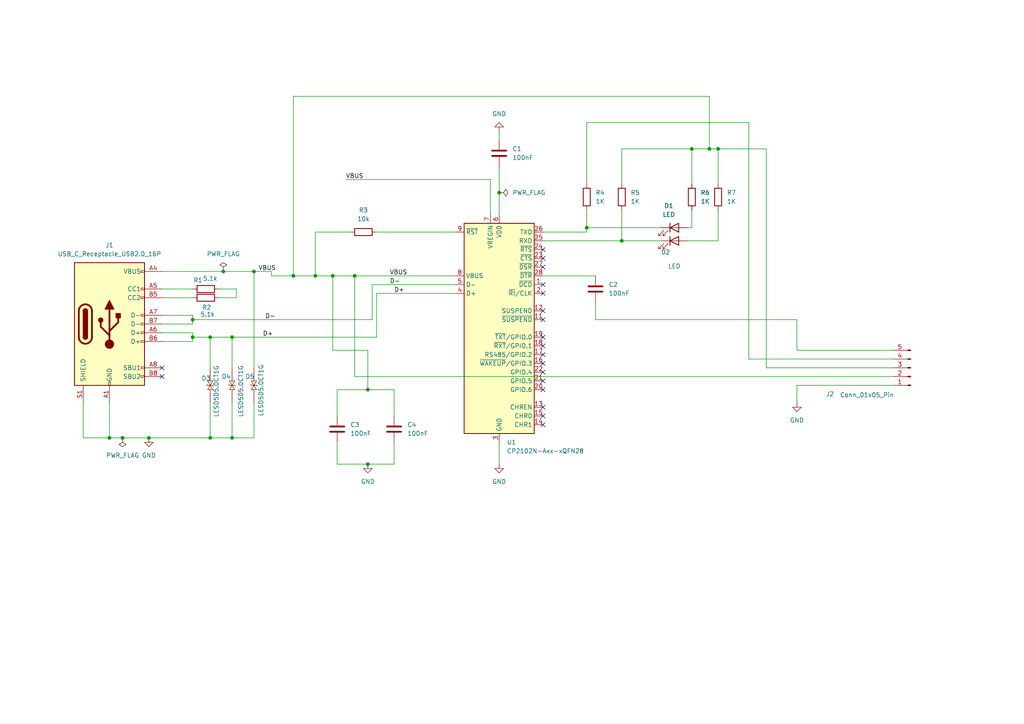
<source format=kicad_sch>
(kicad_sch
	(version 20231120)
	(generator "eeschema")
	(generator_version "8.0")
	(uuid "f865ab74-afb3-4bb4-813e-de038d150a77")
	(paper "A4")
	(lib_symbols
		(symbol "Connector:Conn_01x05_Pin"
			(pin_names
				(offset 1.016) hide)
			(exclude_from_sim no)
			(in_bom yes)
			(on_board yes)
			(property "Reference" "J"
				(at 0 7.62 0)
				(effects
					(font
						(size 1.27 1.27)
					)
				)
			)
			(property "Value" "Conn_01x05_Pin"
				(at 0 -7.62 0)
				(effects
					(font
						(size 1.27 1.27)
					)
				)
			)
			(property "Footprint" ""
				(at 0 0 0)
				(effects
					(font
						(size 1.27 1.27)
					)
					(hide yes)
				)
			)
			(property "Datasheet" "~"
				(at 0 0 0)
				(effects
					(font
						(size 1.27 1.27)
					)
					(hide yes)
				)
			)
			(property "Description" "Generic connector, single row, 01x05, script generated"
				(at 0 0 0)
				(effects
					(font
						(size 1.27 1.27)
					)
					(hide yes)
				)
			)
			(property "ki_locked" ""
				(at 0 0 0)
				(effects
					(font
						(size 1.27 1.27)
					)
				)
			)
			(property "ki_keywords" "connector"
				(at 0 0 0)
				(effects
					(font
						(size 1.27 1.27)
					)
					(hide yes)
				)
			)
			(property "ki_fp_filters" "Connector*:*_1x??_*"
				(at 0 0 0)
				(effects
					(font
						(size 1.27 1.27)
					)
					(hide yes)
				)
			)
			(symbol "Conn_01x05_Pin_1_1"
				(polyline
					(pts
						(xy 1.27 -5.08) (xy 0.8636 -5.08)
					)
					(stroke
						(width 0.1524)
						(type default)
					)
					(fill
						(type none)
					)
				)
				(polyline
					(pts
						(xy 1.27 -2.54) (xy 0.8636 -2.54)
					)
					(stroke
						(width 0.1524)
						(type default)
					)
					(fill
						(type none)
					)
				)
				(polyline
					(pts
						(xy 1.27 0) (xy 0.8636 0)
					)
					(stroke
						(width 0.1524)
						(type default)
					)
					(fill
						(type none)
					)
				)
				(polyline
					(pts
						(xy 1.27 2.54) (xy 0.8636 2.54)
					)
					(stroke
						(width 0.1524)
						(type default)
					)
					(fill
						(type none)
					)
				)
				(polyline
					(pts
						(xy 1.27 5.08) (xy 0.8636 5.08)
					)
					(stroke
						(width 0.1524)
						(type default)
					)
					(fill
						(type none)
					)
				)
				(rectangle
					(start 0.8636 -4.953)
					(end 0 -5.207)
					(stroke
						(width 0.1524)
						(type default)
					)
					(fill
						(type outline)
					)
				)
				(rectangle
					(start 0.8636 -2.413)
					(end 0 -2.667)
					(stroke
						(width 0.1524)
						(type default)
					)
					(fill
						(type outline)
					)
				)
				(rectangle
					(start 0.8636 0.127)
					(end 0 -0.127)
					(stroke
						(width 0.1524)
						(type default)
					)
					(fill
						(type outline)
					)
				)
				(rectangle
					(start 0.8636 2.667)
					(end 0 2.413)
					(stroke
						(width 0.1524)
						(type default)
					)
					(fill
						(type outline)
					)
				)
				(rectangle
					(start 0.8636 5.207)
					(end 0 4.953)
					(stroke
						(width 0.1524)
						(type default)
					)
					(fill
						(type outline)
					)
				)
				(pin passive line
					(at 5.08 5.08 180)
					(length 3.81)
					(name "Pin_1"
						(effects
							(font
								(size 1.27 1.27)
							)
						)
					)
					(number "1"
						(effects
							(font
								(size 1.27 1.27)
							)
						)
					)
				)
				(pin passive line
					(at 5.08 2.54 180)
					(length 3.81)
					(name "Pin_2"
						(effects
							(font
								(size 1.27 1.27)
							)
						)
					)
					(number "2"
						(effects
							(font
								(size 1.27 1.27)
							)
						)
					)
				)
				(pin passive line
					(at 5.08 0 180)
					(length 3.81)
					(name "Pin_3"
						(effects
							(font
								(size 1.27 1.27)
							)
						)
					)
					(number "3"
						(effects
							(font
								(size 1.27 1.27)
							)
						)
					)
				)
				(pin passive line
					(at 5.08 -2.54 180)
					(length 3.81)
					(name "Pin_4"
						(effects
							(font
								(size 1.27 1.27)
							)
						)
					)
					(number "4"
						(effects
							(font
								(size 1.27 1.27)
							)
						)
					)
				)
				(pin passive line
					(at 5.08 -5.08 180)
					(length 3.81)
					(name "Pin_5"
						(effects
							(font
								(size 1.27 1.27)
							)
						)
					)
					(number "5"
						(effects
							(font
								(size 1.27 1.27)
							)
						)
					)
				)
			)
		)
		(symbol "Connector:USB_C_Receptacle_USB2.0_16P"
			(pin_names
				(offset 1.016)
			)
			(exclude_from_sim no)
			(in_bom yes)
			(on_board yes)
			(property "Reference" "J"
				(at 0 22.225 0)
				(effects
					(font
						(size 1.27 1.27)
					)
				)
			)
			(property "Value" "USB_C_Receptacle_USB2.0_16P"
				(at 0 19.685 0)
				(effects
					(font
						(size 1.27 1.27)
					)
				)
			)
			(property "Footprint" ""
				(at 3.81 0 0)
				(effects
					(font
						(size 1.27 1.27)
					)
					(hide yes)
				)
			)
			(property "Datasheet" "https://www.usb.org/sites/default/files/documents/usb_type-c.zip"
				(at 3.81 0 0)
				(effects
					(font
						(size 1.27 1.27)
					)
					(hide yes)
				)
			)
			(property "Description" "USB 2.0-only 16P Type-C Receptacle connector"
				(at 0 0 0)
				(effects
					(font
						(size 1.27 1.27)
					)
					(hide yes)
				)
			)
			(property "ki_keywords" "usb universal serial bus type-C USB2.0"
				(at 0 0 0)
				(effects
					(font
						(size 1.27 1.27)
					)
					(hide yes)
				)
			)
			(property "ki_fp_filters" "USB*C*Receptacle*"
				(at 0 0 0)
				(effects
					(font
						(size 1.27 1.27)
					)
					(hide yes)
				)
			)
			(symbol "USB_C_Receptacle_USB2.0_16P_0_0"
				(rectangle
					(start -0.254 -17.78)
					(end 0.254 -16.764)
					(stroke
						(width 0)
						(type default)
					)
					(fill
						(type none)
					)
				)
				(rectangle
					(start 10.16 -14.986)
					(end 9.144 -15.494)
					(stroke
						(width 0)
						(type default)
					)
					(fill
						(type none)
					)
				)
				(rectangle
					(start 10.16 -12.446)
					(end 9.144 -12.954)
					(stroke
						(width 0)
						(type default)
					)
					(fill
						(type none)
					)
				)
				(rectangle
					(start 10.16 -4.826)
					(end 9.144 -5.334)
					(stroke
						(width 0)
						(type default)
					)
					(fill
						(type none)
					)
				)
				(rectangle
					(start 10.16 -2.286)
					(end 9.144 -2.794)
					(stroke
						(width 0)
						(type default)
					)
					(fill
						(type none)
					)
				)
				(rectangle
					(start 10.16 0.254)
					(end 9.144 -0.254)
					(stroke
						(width 0)
						(type default)
					)
					(fill
						(type none)
					)
				)
				(rectangle
					(start 10.16 2.794)
					(end 9.144 2.286)
					(stroke
						(width 0)
						(type default)
					)
					(fill
						(type none)
					)
				)
				(rectangle
					(start 10.16 7.874)
					(end 9.144 7.366)
					(stroke
						(width 0)
						(type default)
					)
					(fill
						(type none)
					)
				)
				(rectangle
					(start 10.16 10.414)
					(end 9.144 9.906)
					(stroke
						(width 0)
						(type default)
					)
					(fill
						(type none)
					)
				)
				(rectangle
					(start 10.16 15.494)
					(end 9.144 14.986)
					(stroke
						(width 0)
						(type default)
					)
					(fill
						(type none)
					)
				)
			)
			(symbol "USB_C_Receptacle_USB2.0_16P_0_1"
				(rectangle
					(start -10.16 17.78)
					(end 10.16 -17.78)
					(stroke
						(width 0.254)
						(type default)
					)
					(fill
						(type background)
					)
				)
				(arc
					(start -8.89 -3.81)
					(mid -6.985 -5.7067)
					(end -5.08 -3.81)
					(stroke
						(width 0.508)
						(type default)
					)
					(fill
						(type none)
					)
				)
				(arc
					(start -7.62 -3.81)
					(mid -6.985 -4.4423)
					(end -6.35 -3.81)
					(stroke
						(width 0.254)
						(type default)
					)
					(fill
						(type none)
					)
				)
				(arc
					(start -7.62 -3.81)
					(mid -6.985 -4.4423)
					(end -6.35 -3.81)
					(stroke
						(width 0.254)
						(type default)
					)
					(fill
						(type outline)
					)
				)
				(rectangle
					(start -7.62 -3.81)
					(end -6.35 3.81)
					(stroke
						(width 0.254)
						(type default)
					)
					(fill
						(type outline)
					)
				)
				(arc
					(start -6.35 3.81)
					(mid -6.985 4.4423)
					(end -7.62 3.81)
					(stroke
						(width 0.254)
						(type default)
					)
					(fill
						(type none)
					)
				)
				(arc
					(start -6.35 3.81)
					(mid -6.985 4.4423)
					(end -7.62 3.81)
					(stroke
						(width 0.254)
						(type default)
					)
					(fill
						(type outline)
					)
				)
				(arc
					(start -5.08 3.81)
					(mid -6.985 5.7067)
					(end -8.89 3.81)
					(stroke
						(width 0.508)
						(type default)
					)
					(fill
						(type none)
					)
				)
				(circle
					(center -2.54 1.143)
					(radius 0.635)
					(stroke
						(width 0.254)
						(type default)
					)
					(fill
						(type outline)
					)
				)
				(circle
					(center 0 -5.842)
					(radius 1.27)
					(stroke
						(width 0)
						(type default)
					)
					(fill
						(type outline)
					)
				)
				(polyline
					(pts
						(xy -8.89 -3.81) (xy -8.89 3.81)
					)
					(stroke
						(width 0.508)
						(type default)
					)
					(fill
						(type none)
					)
				)
				(polyline
					(pts
						(xy -5.08 3.81) (xy -5.08 -3.81)
					)
					(stroke
						(width 0.508)
						(type default)
					)
					(fill
						(type none)
					)
				)
				(polyline
					(pts
						(xy 0 -5.842) (xy 0 4.318)
					)
					(stroke
						(width 0.508)
						(type default)
					)
					(fill
						(type none)
					)
				)
				(polyline
					(pts
						(xy 0 -3.302) (xy -2.54 -0.762) (xy -2.54 0.508)
					)
					(stroke
						(width 0.508)
						(type default)
					)
					(fill
						(type none)
					)
				)
				(polyline
					(pts
						(xy 0 -2.032) (xy 2.54 0.508) (xy 2.54 1.778)
					)
					(stroke
						(width 0.508)
						(type default)
					)
					(fill
						(type none)
					)
				)
				(polyline
					(pts
						(xy -1.27 4.318) (xy 0 6.858) (xy 1.27 4.318) (xy -1.27 4.318)
					)
					(stroke
						(width 0.254)
						(type default)
					)
					(fill
						(type outline)
					)
				)
				(rectangle
					(start 1.905 1.778)
					(end 3.175 3.048)
					(stroke
						(width 0.254)
						(type default)
					)
					(fill
						(type outline)
					)
				)
			)
			(symbol "USB_C_Receptacle_USB2.0_16P_1_1"
				(pin passive line
					(at 0 -22.86 90)
					(length 5.08)
					(name "GND"
						(effects
							(font
								(size 1.27 1.27)
							)
						)
					)
					(number "A1"
						(effects
							(font
								(size 1.27 1.27)
							)
						)
					)
				)
				(pin passive line
					(at 0 -22.86 90)
					(length 5.08) hide
					(name "GND"
						(effects
							(font
								(size 1.27 1.27)
							)
						)
					)
					(number "A12"
						(effects
							(font
								(size 1.27 1.27)
							)
						)
					)
				)
				(pin passive line
					(at 15.24 15.24 180)
					(length 5.08)
					(name "VBUS"
						(effects
							(font
								(size 1.27 1.27)
							)
						)
					)
					(number "A4"
						(effects
							(font
								(size 1.27 1.27)
							)
						)
					)
				)
				(pin bidirectional line
					(at 15.24 10.16 180)
					(length 5.08)
					(name "CC1"
						(effects
							(font
								(size 1.27 1.27)
							)
						)
					)
					(number "A5"
						(effects
							(font
								(size 1.27 1.27)
							)
						)
					)
				)
				(pin bidirectional line
					(at 15.24 -2.54 180)
					(length 5.08)
					(name "D+"
						(effects
							(font
								(size 1.27 1.27)
							)
						)
					)
					(number "A6"
						(effects
							(font
								(size 1.27 1.27)
							)
						)
					)
				)
				(pin bidirectional line
					(at 15.24 2.54 180)
					(length 5.08)
					(name "D-"
						(effects
							(font
								(size 1.27 1.27)
							)
						)
					)
					(number "A7"
						(effects
							(font
								(size 1.27 1.27)
							)
						)
					)
				)
				(pin bidirectional line
					(at 15.24 -12.7 180)
					(length 5.08)
					(name "SBU1"
						(effects
							(font
								(size 1.27 1.27)
							)
						)
					)
					(number "A8"
						(effects
							(font
								(size 1.27 1.27)
							)
						)
					)
				)
				(pin passive line
					(at 15.24 15.24 180)
					(length 5.08) hide
					(name "VBUS"
						(effects
							(font
								(size 1.27 1.27)
							)
						)
					)
					(number "A9"
						(effects
							(font
								(size 1.27 1.27)
							)
						)
					)
				)
				(pin passive line
					(at 0 -22.86 90)
					(length 5.08) hide
					(name "GND"
						(effects
							(font
								(size 1.27 1.27)
							)
						)
					)
					(number "B1"
						(effects
							(font
								(size 1.27 1.27)
							)
						)
					)
				)
				(pin passive line
					(at 0 -22.86 90)
					(length 5.08) hide
					(name "GND"
						(effects
							(font
								(size 1.27 1.27)
							)
						)
					)
					(number "B12"
						(effects
							(font
								(size 1.27 1.27)
							)
						)
					)
				)
				(pin passive line
					(at 15.24 15.24 180)
					(length 5.08) hide
					(name "VBUS"
						(effects
							(font
								(size 1.27 1.27)
							)
						)
					)
					(number "B4"
						(effects
							(font
								(size 1.27 1.27)
							)
						)
					)
				)
				(pin bidirectional line
					(at 15.24 7.62 180)
					(length 5.08)
					(name "CC2"
						(effects
							(font
								(size 1.27 1.27)
							)
						)
					)
					(number "B5"
						(effects
							(font
								(size 1.27 1.27)
							)
						)
					)
				)
				(pin bidirectional line
					(at 15.24 -5.08 180)
					(length 5.08)
					(name "D+"
						(effects
							(font
								(size 1.27 1.27)
							)
						)
					)
					(number "B6"
						(effects
							(font
								(size 1.27 1.27)
							)
						)
					)
				)
				(pin bidirectional line
					(at 15.24 0 180)
					(length 5.08)
					(name "D-"
						(effects
							(font
								(size 1.27 1.27)
							)
						)
					)
					(number "B7"
						(effects
							(font
								(size 1.27 1.27)
							)
						)
					)
				)
				(pin bidirectional line
					(at 15.24 -15.24 180)
					(length 5.08)
					(name "SBU2"
						(effects
							(font
								(size 1.27 1.27)
							)
						)
					)
					(number "B8"
						(effects
							(font
								(size 1.27 1.27)
							)
						)
					)
				)
				(pin passive line
					(at 15.24 15.24 180)
					(length 5.08) hide
					(name "VBUS"
						(effects
							(font
								(size 1.27 1.27)
							)
						)
					)
					(number "B9"
						(effects
							(font
								(size 1.27 1.27)
							)
						)
					)
				)
				(pin passive line
					(at -7.62 -22.86 90)
					(length 5.08)
					(name "SHIELD"
						(effects
							(font
								(size 1.27 1.27)
							)
						)
					)
					(number "S1"
						(effects
							(font
								(size 1.27 1.27)
							)
						)
					)
				)
			)
		)
		(symbol "Device:C"
			(pin_numbers hide)
			(pin_names
				(offset 0.254)
			)
			(exclude_from_sim no)
			(in_bom yes)
			(on_board yes)
			(property "Reference" "C"
				(at 0.635 2.54 0)
				(effects
					(font
						(size 1.27 1.27)
					)
					(justify left)
				)
			)
			(property "Value" "C"
				(at 0.635 -2.54 0)
				(effects
					(font
						(size 1.27 1.27)
					)
					(justify left)
				)
			)
			(property "Footprint" ""
				(at 0.9652 -3.81 0)
				(effects
					(font
						(size 1.27 1.27)
					)
					(hide yes)
				)
			)
			(property "Datasheet" "~"
				(at 0 0 0)
				(effects
					(font
						(size 1.27 1.27)
					)
					(hide yes)
				)
			)
			(property "Description" "Unpolarized capacitor"
				(at 0 0 0)
				(effects
					(font
						(size 1.27 1.27)
					)
					(hide yes)
				)
			)
			(property "ki_keywords" "cap capacitor"
				(at 0 0 0)
				(effects
					(font
						(size 1.27 1.27)
					)
					(hide yes)
				)
			)
			(property "ki_fp_filters" "C_*"
				(at 0 0 0)
				(effects
					(font
						(size 1.27 1.27)
					)
					(hide yes)
				)
			)
			(symbol "C_0_1"
				(polyline
					(pts
						(xy -2.032 -0.762) (xy 2.032 -0.762)
					)
					(stroke
						(width 0.508)
						(type default)
					)
					(fill
						(type none)
					)
				)
				(polyline
					(pts
						(xy -2.032 0.762) (xy 2.032 0.762)
					)
					(stroke
						(width 0.508)
						(type default)
					)
					(fill
						(type none)
					)
				)
			)
			(symbol "C_1_1"
				(pin passive line
					(at 0 3.81 270)
					(length 2.794)
					(name "~"
						(effects
							(font
								(size 1.27 1.27)
							)
						)
					)
					(number "1"
						(effects
							(font
								(size 1.27 1.27)
							)
						)
					)
				)
				(pin passive line
					(at 0 -3.81 90)
					(length 2.794)
					(name "~"
						(effects
							(font
								(size 1.27 1.27)
							)
						)
					)
					(number "2"
						(effects
							(font
								(size 1.27 1.27)
							)
						)
					)
				)
			)
		)
		(symbol "Device:LED"
			(pin_numbers hide)
			(pin_names
				(offset 1.016) hide)
			(exclude_from_sim no)
			(in_bom yes)
			(on_board yes)
			(property "Reference" "D"
				(at 0 2.54 0)
				(effects
					(font
						(size 1.27 1.27)
					)
				)
			)
			(property "Value" "LED"
				(at 0 -2.54 0)
				(effects
					(font
						(size 1.27 1.27)
					)
				)
			)
			(property "Footprint" ""
				(at 0 0 0)
				(effects
					(font
						(size 1.27 1.27)
					)
					(hide yes)
				)
			)
			(property "Datasheet" "~"
				(at 0 0 0)
				(effects
					(font
						(size 1.27 1.27)
					)
					(hide yes)
				)
			)
			(property "Description" "Light emitting diode"
				(at 0 0 0)
				(effects
					(font
						(size 1.27 1.27)
					)
					(hide yes)
				)
			)
			(property "ki_keywords" "LED diode"
				(at 0 0 0)
				(effects
					(font
						(size 1.27 1.27)
					)
					(hide yes)
				)
			)
			(property "ki_fp_filters" "LED* LED_SMD:* LED_THT:*"
				(at 0 0 0)
				(effects
					(font
						(size 1.27 1.27)
					)
					(hide yes)
				)
			)
			(symbol "LED_0_1"
				(polyline
					(pts
						(xy -1.27 -1.27) (xy -1.27 1.27)
					)
					(stroke
						(width 0.254)
						(type default)
					)
					(fill
						(type none)
					)
				)
				(polyline
					(pts
						(xy -1.27 0) (xy 1.27 0)
					)
					(stroke
						(width 0)
						(type default)
					)
					(fill
						(type none)
					)
				)
				(polyline
					(pts
						(xy 1.27 -1.27) (xy 1.27 1.27) (xy -1.27 0) (xy 1.27 -1.27)
					)
					(stroke
						(width 0.254)
						(type default)
					)
					(fill
						(type none)
					)
				)
				(polyline
					(pts
						(xy -3.048 -0.762) (xy -4.572 -2.286) (xy -3.81 -2.286) (xy -4.572 -2.286) (xy -4.572 -1.524)
					)
					(stroke
						(width 0)
						(type default)
					)
					(fill
						(type none)
					)
				)
				(polyline
					(pts
						(xy -1.778 -0.762) (xy -3.302 -2.286) (xy -2.54 -2.286) (xy -3.302 -2.286) (xy -3.302 -1.524)
					)
					(stroke
						(width 0)
						(type default)
					)
					(fill
						(type none)
					)
				)
			)
			(symbol "LED_1_1"
				(pin passive line
					(at -3.81 0 0)
					(length 2.54)
					(name "K"
						(effects
							(font
								(size 1.27 1.27)
							)
						)
					)
					(number "1"
						(effects
							(font
								(size 1.27 1.27)
							)
						)
					)
				)
				(pin passive line
					(at 3.81 0 180)
					(length 2.54)
					(name "A"
						(effects
							(font
								(size 1.27 1.27)
							)
						)
					)
					(number "2"
						(effects
							(font
								(size 1.27 1.27)
							)
						)
					)
				)
			)
		)
		(symbol "Device:R"
			(pin_numbers hide)
			(pin_names
				(offset 0)
			)
			(exclude_from_sim no)
			(in_bom yes)
			(on_board yes)
			(property "Reference" "R"
				(at 2.032 0 90)
				(effects
					(font
						(size 1.27 1.27)
					)
				)
			)
			(property "Value" "R"
				(at 0 0 90)
				(effects
					(font
						(size 1.27 1.27)
					)
				)
			)
			(property "Footprint" ""
				(at -1.778 0 90)
				(effects
					(font
						(size 1.27 1.27)
					)
					(hide yes)
				)
			)
			(property "Datasheet" "~"
				(at 0 0 0)
				(effects
					(font
						(size 1.27 1.27)
					)
					(hide yes)
				)
			)
			(property "Description" "Resistor"
				(at 0 0 0)
				(effects
					(font
						(size 1.27 1.27)
					)
					(hide yes)
				)
			)
			(property "ki_keywords" "R res resistor"
				(at 0 0 0)
				(effects
					(font
						(size 1.27 1.27)
					)
					(hide yes)
				)
			)
			(property "ki_fp_filters" "R_*"
				(at 0 0 0)
				(effects
					(font
						(size 1.27 1.27)
					)
					(hide yes)
				)
			)
			(symbol "R_0_1"
				(rectangle
					(start -1.016 -2.54)
					(end 1.016 2.54)
					(stroke
						(width 0.254)
						(type default)
					)
					(fill
						(type none)
					)
				)
			)
			(symbol "R_1_1"
				(pin passive line
					(at 0 3.81 270)
					(length 1.27)
					(name "~"
						(effects
							(font
								(size 1.27 1.27)
							)
						)
					)
					(number "1"
						(effects
							(font
								(size 1.27 1.27)
							)
						)
					)
				)
				(pin passive line
					(at 0 -3.81 90)
					(length 1.27)
					(name "~"
						(effects
							(font
								(size 1.27 1.27)
							)
						)
					)
					(number "2"
						(effects
							(font
								(size 1.27 1.27)
							)
						)
					)
				)
			)
		)
		(symbol "Interface_USB:CP2102N-Axx-xQFN28"
			(exclude_from_sim no)
			(in_bom yes)
			(on_board yes)
			(property "Reference" "U"
				(at -8.89 31.75 0)
				(effects
					(font
						(size 1.27 1.27)
					)
				)
			)
			(property "Value" "CP2102N-Axx-xQFN28"
				(at 12.7 31.75 0)
				(effects
					(font
						(size 1.27 1.27)
					)
				)
			)
			(property "Footprint" "Package_DFN_QFN:QFN-28-1EP_5x5mm_P0.5mm_EP3.35x3.35mm"
				(at 33.02 -31.75 0)
				(effects
					(font
						(size 1.27 1.27)
					)
					(hide yes)
				)
			)
			(property "Datasheet" "https://www.silabs.com/documents/public/data-sheets/cp2102n-datasheet.pdf"
				(at 1.27 -19.05 0)
				(effects
					(font
						(size 1.27 1.27)
					)
					(hide yes)
				)
			)
			(property "Description" "USB to UART master bridge, QFN-28"
				(at 0 0 0)
				(effects
					(font
						(size 1.27 1.27)
					)
					(hide yes)
				)
			)
			(property "ki_keywords" "USB UART bridge"
				(at 0 0 0)
				(effects
					(font
						(size 1.27 1.27)
					)
					(hide yes)
				)
			)
			(property "ki_fp_filters" "QFN*1EP*5x5mm*P0.5mm*"
				(at 0 0 0)
				(effects
					(font
						(size 1.27 1.27)
					)
					(hide yes)
				)
			)
			(symbol "CP2102N-Axx-xQFN28_0_1"
				(rectangle
					(start -10.16 30.48)
					(end 10.16 -30.48)
					(stroke
						(width 0.254)
						(type default)
					)
					(fill
						(type background)
					)
				)
			)
			(symbol "CP2102N-Axx-xQFN28_1_1"
				(pin input line
					(at 12.7 12.7 180)
					(length 2.54)
					(name "~{DCD}"
						(effects
							(font
								(size 1.27 1.27)
							)
						)
					)
					(number "1"
						(effects
							(font
								(size 1.27 1.27)
							)
						)
					)
				)
				(pin no_connect line
					(at -10.16 -27.94 0)
					(length 2.54) hide
					(name "NC"
						(effects
							(font
								(size 1.27 1.27)
							)
						)
					)
					(number "10"
						(effects
							(font
								(size 1.27 1.27)
							)
						)
					)
				)
				(pin output line
					(at 12.7 2.54 180)
					(length 2.54)
					(name "~{SUSPEND}"
						(effects
							(font
								(size 1.27 1.27)
							)
						)
					)
					(number "11"
						(effects
							(font
								(size 1.27 1.27)
							)
						)
					)
				)
				(pin output line
					(at 12.7 5.08 180)
					(length 2.54)
					(name "SUSPEND"
						(effects
							(font
								(size 1.27 1.27)
							)
						)
					)
					(number "12"
						(effects
							(font
								(size 1.27 1.27)
							)
						)
					)
				)
				(pin output line
					(at 12.7 -22.86 180)
					(length 2.54)
					(name "CHREN"
						(effects
							(font
								(size 1.27 1.27)
							)
						)
					)
					(number "13"
						(effects
							(font
								(size 1.27 1.27)
							)
						)
					)
				)
				(pin output line
					(at 12.7 -27.94 180)
					(length 2.54)
					(name "CHR1"
						(effects
							(font
								(size 1.27 1.27)
							)
						)
					)
					(number "14"
						(effects
							(font
								(size 1.27 1.27)
							)
						)
					)
				)
				(pin output line
					(at 12.7 -25.4 180)
					(length 2.54)
					(name "CHR0"
						(effects
							(font
								(size 1.27 1.27)
							)
						)
					)
					(number "15"
						(effects
							(font
								(size 1.27 1.27)
							)
						)
					)
				)
				(pin bidirectional line
					(at 12.7 -10.16 180)
					(length 2.54)
					(name "~{WAKEUP}/GPIO.3"
						(effects
							(font
								(size 1.27 1.27)
							)
						)
					)
					(number "16"
						(effects
							(font
								(size 1.27 1.27)
							)
						)
					)
				)
				(pin bidirectional line
					(at 12.7 -7.62 180)
					(length 2.54)
					(name "RS485/GPIO.2"
						(effects
							(font
								(size 1.27 1.27)
							)
						)
					)
					(number "17"
						(effects
							(font
								(size 1.27 1.27)
							)
						)
					)
				)
				(pin bidirectional line
					(at 12.7 -5.08 180)
					(length 2.54)
					(name "~{RXT}/GPIO.1"
						(effects
							(font
								(size 1.27 1.27)
							)
						)
					)
					(number "18"
						(effects
							(font
								(size 1.27 1.27)
							)
						)
					)
				)
				(pin bidirectional line
					(at 12.7 -2.54 180)
					(length 2.54)
					(name "~{TXT}/GPIO.0"
						(effects
							(font
								(size 1.27 1.27)
							)
						)
					)
					(number "19"
						(effects
							(font
								(size 1.27 1.27)
							)
						)
					)
				)
				(pin bidirectional line
					(at 12.7 10.16 180)
					(length 2.54)
					(name "~{RI}/CLK"
						(effects
							(font
								(size 1.27 1.27)
							)
						)
					)
					(number "2"
						(effects
							(font
								(size 1.27 1.27)
							)
						)
					)
				)
				(pin bidirectional line
					(at 12.7 -17.78 180)
					(length 2.54)
					(name "GPIO.6"
						(effects
							(font
								(size 1.27 1.27)
							)
						)
					)
					(number "20"
						(effects
							(font
								(size 1.27 1.27)
							)
						)
					)
				)
				(pin bidirectional line
					(at 12.7 -15.24 180)
					(length 2.54)
					(name "GPIO.5"
						(effects
							(font
								(size 1.27 1.27)
							)
						)
					)
					(number "21"
						(effects
							(font
								(size 1.27 1.27)
							)
						)
					)
				)
				(pin bidirectional line
					(at 12.7 -12.7 180)
					(length 2.54)
					(name "GPIO.4"
						(effects
							(font
								(size 1.27 1.27)
							)
						)
					)
					(number "22"
						(effects
							(font
								(size 1.27 1.27)
							)
						)
					)
				)
				(pin input line
					(at 12.7 20.32 180)
					(length 2.54)
					(name "~{CTS}"
						(effects
							(font
								(size 1.27 1.27)
							)
						)
					)
					(number "23"
						(effects
							(font
								(size 1.27 1.27)
							)
						)
					)
				)
				(pin output line
					(at 12.7 22.86 180)
					(length 2.54)
					(name "~{RTS}"
						(effects
							(font
								(size 1.27 1.27)
							)
						)
					)
					(number "24"
						(effects
							(font
								(size 1.27 1.27)
							)
						)
					)
				)
				(pin input line
					(at 12.7 25.4 180)
					(length 2.54)
					(name "RXD"
						(effects
							(font
								(size 1.27 1.27)
							)
						)
					)
					(number "25"
						(effects
							(font
								(size 1.27 1.27)
							)
						)
					)
				)
				(pin output line
					(at 12.7 27.94 180)
					(length 2.54)
					(name "TXD"
						(effects
							(font
								(size 1.27 1.27)
							)
						)
					)
					(number "26"
						(effects
							(font
								(size 1.27 1.27)
							)
						)
					)
				)
				(pin input line
					(at 12.7 17.78 180)
					(length 2.54)
					(name "~{DSR}"
						(effects
							(font
								(size 1.27 1.27)
							)
						)
					)
					(number "27"
						(effects
							(font
								(size 1.27 1.27)
							)
						)
					)
				)
				(pin output line
					(at 12.7 15.24 180)
					(length 2.54)
					(name "~{DTR}"
						(effects
							(font
								(size 1.27 1.27)
							)
						)
					)
					(number "28"
						(effects
							(font
								(size 1.27 1.27)
							)
						)
					)
				)
				(pin passive line
					(at 0 -33.02 90)
					(length 2.54) hide
					(name "GND"
						(effects
							(font
								(size 1.27 1.27)
							)
						)
					)
					(number "29"
						(effects
							(font
								(size 1.27 1.27)
							)
						)
					)
				)
				(pin power_in line
					(at 0 -33.02 90)
					(length 2.54)
					(name "GND"
						(effects
							(font
								(size 1.27 1.27)
							)
						)
					)
					(number "3"
						(effects
							(font
								(size 1.27 1.27)
							)
						)
					)
				)
				(pin bidirectional line
					(at -12.7 10.16 0)
					(length 2.54)
					(name "D+"
						(effects
							(font
								(size 1.27 1.27)
							)
						)
					)
					(number "4"
						(effects
							(font
								(size 1.27 1.27)
							)
						)
					)
				)
				(pin bidirectional line
					(at -12.7 12.7 0)
					(length 2.54)
					(name "D-"
						(effects
							(font
								(size 1.27 1.27)
							)
						)
					)
					(number "5"
						(effects
							(font
								(size 1.27 1.27)
							)
						)
					)
				)
				(pin power_in line
					(at 0 33.02 270)
					(length 2.54)
					(name "VDD"
						(effects
							(font
								(size 1.27 1.27)
							)
						)
					)
					(number "6"
						(effects
							(font
								(size 1.27 1.27)
							)
						)
					)
				)
				(pin power_in line
					(at -2.54 33.02 270)
					(length 2.54)
					(name "VREGIN"
						(effects
							(font
								(size 1.27 1.27)
							)
						)
					)
					(number "7"
						(effects
							(font
								(size 1.27 1.27)
							)
						)
					)
				)
				(pin input line
					(at -12.7 15.24 0)
					(length 2.54)
					(name "VBUS"
						(effects
							(font
								(size 1.27 1.27)
							)
						)
					)
					(number "8"
						(effects
							(font
								(size 1.27 1.27)
							)
						)
					)
				)
				(pin input line
					(at -12.7 27.94 0)
					(length 2.54)
					(name "~{RST}"
						(effects
							(font
								(size 1.27 1.27)
							)
						)
					)
					(number "9"
						(effects
							(font
								(size 1.27 1.27)
							)
						)
					)
				)
			)
		)
		(symbol "LESD5D5.0CT1G:LESD5D5.0CT1G"
			(pin_numbers hide)
			(pin_names
				(offset 1.016) hide)
			(exclude_from_sim no)
			(in_bom yes)
			(on_board yes)
			(property "Reference" "D"
				(at -5.08 2.54 0)
				(effects
					(font
						(size 1.27 1.27)
					)
					(justify left bottom)
				)
			)
			(property "Value" "LESD5D5.0CT1G"
				(at -5.08 -5.08 0)
				(effects
					(font
						(size 1.27 1.27)
					)
					(justify left bottom)
				)
			)
			(property "Footprint" "TVS_LESD5D5.0CT1G"
				(at 0 0 0)
				(effects
					(font
						(size 1.27 1.27)
					)
					(justify left bottom)
					(hide yes)
				)
			)
			(property "Datasheet" ""
				(at 0 0 0)
				(effects
					(font
						(size 1.27 1.27)
					)
					(justify left bottom)
					(hide yes)
				)
			)
			(property "Description" ""
				(at 0 0 0)
				(effects
					(font
						(size 1.27 1.27)
					)
					(hide yes)
				)
			)
			(property "MF" "Leshan Radio Co."
				(at 0 0 0)
				(effects
					(font
						(size 1.27 1.27)
					)
					(justify left bottom)
					(hide yes)
				)
			)
			(property "MAXIMUM_PACKAGE_HEIGHT" "0.7 mm"
				(at 0 0 0)
				(effects
					(font
						(size 1.27 1.27)
					)
					(justify left bottom)
					(hide yes)
				)
			)
			(property "Package" "None"
				(at 0 0 0)
				(effects
					(font
						(size 1.27 1.27)
					)
					(justify left bottom)
					(hide yes)
				)
			)
			(property "Price" "None"
				(at 0 0 0)
				(effects
					(font
						(size 1.27 1.27)
					)
					(justify left bottom)
					(hide yes)
				)
			)
			(property "Check_prices" "https://www.snapeda.com/parts/LESD5D5.0CT1G/Leshan+Radio/view-part/?ref=eda"
				(at 0 0 0)
				(effects
					(font
						(size 1.27 1.27)
					)
					(justify left bottom)
					(hide yes)
				)
			)
			(property "STANDARD" "Manufacturer Recommendations"
				(at 0 0 0)
				(effects
					(font
						(size 1.27 1.27)
					)
					(justify left bottom)
					(hide yes)
				)
			)
			(property "PARTREV" "O"
				(at 0 0 0)
				(effects
					(font
						(size 1.27 1.27)
					)
					(justify left bottom)
					(hide yes)
				)
			)
			(property "SnapEDA_Link" "https://www.snapeda.com/parts/LESD5D5.0CT1G/Leshan+Radio/view-part/?ref=snap"
				(at 0 0 0)
				(effects
					(font
						(size 1.27 1.27)
					)
					(justify left bottom)
					(hide yes)
				)
			)
			(property "MP" "LESD5D5.0CT1G"
				(at 0 0 0)
				(effects
					(font
						(size 1.27 1.27)
					)
					(justify left bottom)
					(hide yes)
				)
			)
			(property "Description_1" "\\n                        \\n                            Transient Voltage Suppressors for ESD Protection\\n                        \\n"
				(at 0 0 0)
				(effects
					(font
						(size 1.27 1.27)
					)
					(justify left bottom)
					(hide yes)
				)
			)
			(property "Availability" "In Stock"
				(at 0 0 0)
				(effects
					(font
						(size 1.27 1.27)
					)
					(justify left bottom)
					(hide yes)
				)
			)
			(property "MANUFACTURER" "LRC"
				(at 0 0 0)
				(effects
					(font
						(size 1.27 1.27)
					)
					(justify left bottom)
					(hide yes)
				)
			)
			(property "ki_locked" ""
				(at 0 0 0)
				(effects
					(font
						(size 1.27 1.27)
					)
				)
			)
			(symbol "LESD5D5.0CT1G_0_0"
				(polyline
					(pts
						(xy -1.27 0) (xy -2.54 0)
					)
					(stroke
						(width 0.1524)
						(type solid)
					)
					(fill
						(type none)
					)
				)
				(polyline
					(pts
						(xy 0 -0.762) (xy -0.254 -1.016)
					)
					(stroke
						(width 0.1524)
						(type solid)
					)
					(fill
						(type none)
					)
				)
				(polyline
					(pts
						(xy 0 -0.762) (xy 0 0.762)
					)
					(stroke
						(width 0.1524)
						(type solid)
					)
					(fill
						(type none)
					)
				)
				(polyline
					(pts
						(xy 0 0.762) (xy 0.254 1.016)
					)
					(stroke
						(width 0.1524)
						(type solid)
					)
					(fill
						(type none)
					)
				)
				(polyline
					(pts
						(xy 1.27 0) (xy 2.54 0)
					)
					(stroke
						(width 0.1524)
						(type solid)
					)
					(fill
						(type none)
					)
				)
				(polyline
					(pts
						(xy 0 0) (xy -1.27 -0.762) (xy -1.27 0.762) (xy 0 0)
					)
					(stroke
						(width 0.1524)
						(type solid)
					)
					(fill
						(type background)
					)
				)
				(polyline
					(pts
						(xy 0 0) (xy 1.27 0.762) (xy 1.27 -0.762) (xy 0 0)
					)
					(stroke
						(width 0.1524)
						(type solid)
					)
					(fill
						(type background)
					)
				)
				(pin passive line
					(at -5.08 0 0)
					(length 2.54)
					(name "~"
						(effects
							(font
								(size 1.016 1.016)
							)
						)
					)
					(number "1"
						(effects
							(font
								(size 1.016 1.016)
							)
						)
					)
				)
				(pin passive line
					(at 5.08 0 180)
					(length 2.54)
					(name "~"
						(effects
							(font
								(size 1.016 1.016)
							)
						)
					)
					(number "2"
						(effects
							(font
								(size 1.016 1.016)
							)
						)
					)
				)
			)
		)
		(symbol "power:GND"
			(power)
			(pin_numbers hide)
			(pin_names
				(offset 0) hide)
			(exclude_from_sim no)
			(in_bom yes)
			(on_board yes)
			(property "Reference" "#PWR"
				(at 0 -6.35 0)
				(effects
					(font
						(size 1.27 1.27)
					)
					(hide yes)
				)
			)
			(property "Value" "GND"
				(at 0 -3.81 0)
				(effects
					(font
						(size 1.27 1.27)
					)
				)
			)
			(property "Footprint" ""
				(at 0 0 0)
				(effects
					(font
						(size 1.27 1.27)
					)
					(hide yes)
				)
			)
			(property "Datasheet" ""
				(at 0 0 0)
				(effects
					(font
						(size 1.27 1.27)
					)
					(hide yes)
				)
			)
			(property "Description" "Power symbol creates a global label with name \"GND\" , ground"
				(at 0 0 0)
				(effects
					(font
						(size 1.27 1.27)
					)
					(hide yes)
				)
			)
			(property "ki_keywords" "global power"
				(at 0 0 0)
				(effects
					(font
						(size 1.27 1.27)
					)
					(hide yes)
				)
			)
			(symbol "GND_0_1"
				(polyline
					(pts
						(xy 0 0) (xy 0 -1.27) (xy 1.27 -1.27) (xy 0 -2.54) (xy -1.27 -1.27) (xy 0 -1.27)
					)
					(stroke
						(width 0)
						(type default)
					)
					(fill
						(type none)
					)
				)
			)
			(symbol "GND_1_1"
				(pin power_in line
					(at 0 0 270)
					(length 0)
					(name "~"
						(effects
							(font
								(size 1.27 1.27)
							)
						)
					)
					(number "1"
						(effects
							(font
								(size 1.27 1.27)
							)
						)
					)
				)
			)
		)
		(symbol "power:PWR_FLAG"
			(power)
			(pin_numbers hide)
			(pin_names
				(offset 0) hide)
			(exclude_from_sim no)
			(in_bom yes)
			(on_board yes)
			(property "Reference" "#FLG"
				(at 0 1.905 0)
				(effects
					(font
						(size 1.27 1.27)
					)
					(hide yes)
				)
			)
			(property "Value" "PWR_FLAG"
				(at 0 3.81 0)
				(effects
					(font
						(size 1.27 1.27)
					)
				)
			)
			(property "Footprint" ""
				(at 0 0 0)
				(effects
					(font
						(size 1.27 1.27)
					)
					(hide yes)
				)
			)
			(property "Datasheet" "~"
				(at 0 0 0)
				(effects
					(font
						(size 1.27 1.27)
					)
					(hide yes)
				)
			)
			(property "Description" "Special symbol for telling ERC where power comes from"
				(at 0 0 0)
				(effects
					(font
						(size 1.27 1.27)
					)
					(hide yes)
				)
			)
			(property "ki_keywords" "flag power"
				(at 0 0 0)
				(effects
					(font
						(size 1.27 1.27)
					)
					(hide yes)
				)
			)
			(symbol "PWR_FLAG_0_0"
				(pin power_out line
					(at 0 0 90)
					(length 0)
					(name "~"
						(effects
							(font
								(size 1.27 1.27)
							)
						)
					)
					(number "1"
						(effects
							(font
								(size 1.27 1.27)
							)
						)
					)
				)
			)
			(symbol "PWR_FLAG_0_1"
				(polyline
					(pts
						(xy 0 0) (xy 0 1.27) (xy -1.016 1.905) (xy 0 2.54) (xy 1.016 1.905) (xy 0 1.27)
					)
					(stroke
						(width 0)
						(type default)
					)
					(fill
						(type none)
					)
				)
			)
		)
	)
	(junction
		(at 144.78 55.88)
		(diameter 0)
		(color 0 0 0 0)
		(uuid "0476cef8-de9f-48ad-9717-f61d1d590370")
	)
	(junction
		(at 73.66 78.74)
		(diameter 0)
		(color 0 0 0 0)
		(uuid "0fcd87f0-f1c8-46a0-bb46-17067e3e4001")
	)
	(junction
		(at 55.88 92.71)
		(diameter 0)
		(color 0 0 0 0)
		(uuid "19c5dcd6-b54f-4b95-b80a-b9dce420f51b")
	)
	(junction
		(at 60.96 127)
		(diameter 0)
		(color 0 0 0 0)
		(uuid "23ff15ad-dd34-4d70-9f4e-fe76c4a9882d")
	)
	(junction
		(at 170.18 66.04)
		(diameter 0)
		(color 0 0 0 0)
		(uuid "242452a4-4eb6-4d0d-b0a3-59d44048ab8a")
	)
	(junction
		(at 31.75 127)
		(diameter 0)
		(color 0 0 0 0)
		(uuid "24d92ecc-c107-47ec-a6a2-229405e929c4")
	)
	(junction
		(at 208.28 43.18)
		(diameter 0)
		(color 0 0 0 0)
		(uuid "28ae092e-f962-4553-9116-da0cf99470bc")
	)
	(junction
		(at 96.52 80.01)
		(diameter 0)
		(color 0 0 0 0)
		(uuid "2bbfab69-19d6-46ca-ae6c-58d34e54fb82")
	)
	(junction
		(at 205.74 43.18)
		(diameter 0)
		(color 0 0 0 0)
		(uuid "3ffb9b92-16ff-407d-be84-2246dc8b976c")
	)
	(junction
		(at 67.31 97.79)
		(diameter 0)
		(color 0 0 0 0)
		(uuid "5b3ab4f7-e0bb-4f8c-85f4-0a235307376b")
	)
	(junction
		(at 200.66 43.18)
		(diameter 0)
		(color 0 0 0 0)
		(uuid "5d49f867-b8ca-4e05-8b11-8672a1d005e2")
	)
	(junction
		(at 102.87 80.01)
		(diameter 0)
		(color 0 0 0 0)
		(uuid "62d919a4-c4cd-4a91-bb46-d21fce9b2f89")
	)
	(junction
		(at 106.68 134.62)
		(diameter 0)
		(color 0 0 0 0)
		(uuid "6c1c74ae-3937-4f2c-bd13-6abdb4bff30a")
	)
	(junction
		(at 91.44 80.01)
		(diameter 0)
		(color 0 0 0 0)
		(uuid "7f88cd33-c2b6-4bb7-b737-600648a95283")
	)
	(junction
		(at 60.96 97.79)
		(diameter 0)
		(color 0 0 0 0)
		(uuid "819cc48d-6c82-4e3c-84a5-9be1bf810af0")
	)
	(junction
		(at 55.88 97.79)
		(diameter 0)
		(color 0 0 0 0)
		(uuid "8999386a-78c9-4a4f-95fc-eb7262a82d20")
	)
	(junction
		(at 35.56 127)
		(diameter 0)
		(color 0 0 0 0)
		(uuid "9dde0b34-4109-4e36-bf4a-66331c4b0c34")
	)
	(junction
		(at 67.31 127)
		(diameter 0)
		(color 0 0 0 0)
		(uuid "a3627f30-1689-45cf-84d0-f733be95ae6d")
	)
	(junction
		(at 43.18 127)
		(diameter 0)
		(color 0 0 0 0)
		(uuid "b166a23f-052a-4443-8985-86b744c80454")
	)
	(junction
		(at 106.68 113.03)
		(diameter 0)
		(color 0 0 0 0)
		(uuid "d34829f5-3bf0-4b62-aa43-f190a968e10d")
	)
	(junction
		(at 64.77 78.74)
		(diameter 0)
		(color 0 0 0 0)
		(uuid "d3bd4142-bfdb-4210-b426-c2cc7912ea05")
	)
	(junction
		(at 180.34 69.85)
		(diameter 0)
		(color 0 0 0 0)
		(uuid "dd640dd0-7fe0-44c7-a57e-50fead0088e1")
	)
	(junction
		(at 85.09 80.01)
		(diameter 0)
		(color 0 0 0 0)
		(uuid "f1cdf91d-9024-4f34-a2f5-f4941787788a")
	)
	(no_connect
		(at 157.48 110.49)
		(uuid "0c6f94a1-f879-4c20-a221-6795837a0594")
	)
	(no_connect
		(at 157.48 90.17)
		(uuid "192c09f5-aa73-4dd0-9c64-2ef3f7bfcb8e")
	)
	(no_connect
		(at 157.48 120.65)
		(uuid "1ec35212-6f10-4603-be3d-cdb7bd34747c")
	)
	(no_connect
		(at 46.99 106.68)
		(uuid "2140971b-7a89-493d-b36f-72652d72190e")
	)
	(no_connect
		(at 157.48 97.79)
		(uuid "3d2618a4-49ad-47d5-813b-3a8597fb0913")
	)
	(no_connect
		(at 157.48 123.19)
		(uuid "469d77be-b1c1-474b-8b49-9cde2910d14e")
	)
	(no_connect
		(at 157.48 82.55)
		(uuid "5797820d-26df-4c5d-91e7-fa3839f5b1d6")
	)
	(no_connect
		(at 157.48 72.39)
		(uuid "7b90f9d1-7c2b-42c4-b5c0-65b12e39b7a6")
	)
	(no_connect
		(at 157.48 113.03)
		(uuid "885ac144-9d86-4d32-9cc6-f876c7b8bbec")
	)
	(no_connect
		(at 157.48 102.87)
		(uuid "91b20976-69ce-4375-bdaf-f062b872b8d2")
	)
	(no_connect
		(at 157.48 107.95)
		(uuid "9acc4d10-5671-476f-a66c-d1805b123d42")
	)
	(no_connect
		(at 157.48 105.41)
		(uuid "a43857a9-72f8-4e24-8817-19a9c1158e4d")
	)
	(no_connect
		(at 157.48 92.71)
		(uuid "a500be04-6e99-49b4-ba97-598d2c2d6867")
	)
	(no_connect
		(at 157.48 100.33)
		(uuid "bb1f9876-7bba-45a0-8395-93f0e0050652")
	)
	(no_connect
		(at 157.48 85.09)
		(uuid "bb9e4ac2-d4b5-4c3a-bb30-48e18b9b9459")
	)
	(no_connect
		(at 157.48 77.47)
		(uuid "d57b70a1-11ca-46ac-a9e6-80340a905ca2")
	)
	(no_connect
		(at 46.99 109.22)
		(uuid "e0bb2c7f-78d7-4c1c-b880-d40f1589b443")
	)
	(no_connect
		(at 157.48 74.93)
		(uuid "ea19eff0-c9e3-42d3-b9ce-80205635dc3a")
	)
	(no_connect
		(at 157.48 118.11)
		(uuid "ff361c03-f8c7-4f90-a9c0-a5be90bc3a9d")
	)
	(wire
		(pts
			(xy 102.87 80.01) (xy 132.08 80.01)
		)
		(stroke
			(width 0)
			(type default)
		)
		(uuid "01160a3a-d81b-47c9-a303-22844006701f")
	)
	(wire
		(pts
			(xy 170.18 60.96) (xy 170.18 66.04)
		)
		(stroke
			(width 0)
			(type default)
		)
		(uuid "019e63ee-7f3c-490c-97cc-fa3ee8f7e434")
	)
	(wire
		(pts
			(xy 91.44 80.01) (xy 96.52 80.01)
		)
		(stroke
			(width 0)
			(type default)
		)
		(uuid "0309f9ea-e981-431b-aec8-fb378c224da4")
	)
	(wire
		(pts
			(xy 114.3 113.03) (xy 114.3 120.65)
		)
		(stroke
			(width 0)
			(type default)
		)
		(uuid "05719312-9d7f-4f0b-b656-4aa460eacb97")
	)
	(wire
		(pts
			(xy 231.14 111.76) (xy 231.14 116.84)
		)
		(stroke
			(width 0)
			(type default)
		)
		(uuid "05a65895-68ea-43c7-a863-5cf99046635d")
	)
	(wire
		(pts
			(xy 217.17 104.14) (xy 259.08 104.14)
		)
		(stroke
			(width 0)
			(type default)
		)
		(uuid "05fe2732-de88-4f99-ab4e-5aa82420af26")
	)
	(wire
		(pts
			(xy 68.58 86.36) (xy 63.5 86.36)
		)
		(stroke
			(width 0)
			(type default)
		)
		(uuid "0721a028-7651-4b78-959f-a145f133de5a")
	)
	(wire
		(pts
			(xy 200.66 43.18) (xy 200.66 53.34)
		)
		(stroke
			(width 0)
			(type default)
		)
		(uuid "08048658-292d-4dd4-b338-3073861013e3")
	)
	(wire
		(pts
			(xy 106.68 101.6) (xy 106.68 113.03)
		)
		(stroke
			(width 0)
			(type default)
		)
		(uuid "083a0605-c2d1-406e-b72d-467ab86c6a51")
	)
	(wire
		(pts
			(xy 85.09 80.01) (xy 91.44 80.01)
		)
		(stroke
			(width 0)
			(type default)
		)
		(uuid "0882f186-20f7-4ab0-a910-5e8270c19e4d")
	)
	(wire
		(pts
			(xy 96.52 101.6) (xy 96.52 80.01)
		)
		(stroke
			(width 0)
			(type default)
		)
		(uuid "0b906c76-3d70-4519-adad-3b2ea0d3ae17")
	)
	(wire
		(pts
			(xy 67.31 106.68) (xy 67.31 97.79)
		)
		(stroke
			(width 0)
			(type default)
		)
		(uuid "1257a12d-ff18-4f7a-914e-1bb473aebcc6")
	)
	(wire
		(pts
			(xy 231.14 92.71) (xy 231.14 101.6)
		)
		(stroke
			(width 0)
			(type default)
		)
		(uuid "15984eb4-6c82-44df-8326-37bc384b8f5c")
	)
	(wire
		(pts
			(xy 78.74 80.01) (xy 78.74 78.74)
		)
		(stroke
			(width 0)
			(type default)
		)
		(uuid "15fa730c-e36b-41b0-8489-81904860d118")
	)
	(wire
		(pts
			(xy 97.79 113.03) (xy 106.68 113.03)
		)
		(stroke
			(width 0)
			(type default)
		)
		(uuid "17718cb8-e7d0-4b91-8a9f-38880ee4ea9f")
	)
	(wire
		(pts
			(xy 231.14 101.6) (xy 259.08 101.6)
		)
		(stroke
			(width 0)
			(type default)
		)
		(uuid "17a54c78-b15e-4c92-aaaf-45d6aa425de6")
	)
	(wire
		(pts
			(xy 205.74 27.94) (xy 85.09 27.94)
		)
		(stroke
			(width 0)
			(type default)
		)
		(uuid "19d039f3-8f1c-44bb-b793-79da377ee401")
	)
	(wire
		(pts
			(xy 144.78 128.27) (xy 144.78 134.62)
		)
		(stroke
			(width 0)
			(type default)
		)
		(uuid "22c58624-311d-4dee-8bfb-870d986ef1e6")
	)
	(wire
		(pts
			(xy 85.09 27.94) (xy 85.09 80.01)
		)
		(stroke
			(width 0)
			(type default)
		)
		(uuid "23509d5d-f778-4089-9948-ad8e8c976117")
	)
	(wire
		(pts
			(xy 73.66 127) (xy 73.66 116.84)
		)
		(stroke
			(width 0)
			(type default)
		)
		(uuid "2430e680-d8df-473e-ae54-7f9019f9e7ed")
	)
	(wire
		(pts
			(xy 55.88 97.79) (xy 55.88 99.06)
		)
		(stroke
			(width 0)
			(type default)
		)
		(uuid "2cf35cb3-45a9-4681-a4d6-c328cb2d01bc")
	)
	(wire
		(pts
			(xy 78.74 80.01) (xy 85.09 80.01)
		)
		(stroke
			(width 0)
			(type default)
		)
		(uuid "2e12c72a-d002-48de-b29d-4d53b7f3ffa5")
	)
	(wire
		(pts
			(xy 144.78 55.88) (xy 144.78 62.23)
		)
		(stroke
			(width 0)
			(type default)
		)
		(uuid "31ececd1-2944-47d5-acb8-e8639f92241e")
	)
	(wire
		(pts
			(xy 157.48 80.01) (xy 172.72 80.01)
		)
		(stroke
			(width 0)
			(type default)
		)
		(uuid "423224a5-125b-4898-a5b0-4eaf708081cf")
	)
	(wire
		(pts
			(xy 102.87 109.22) (xy 102.87 80.01)
		)
		(stroke
			(width 0)
			(type default)
		)
		(uuid "434fa844-f888-419d-b3dd-75c5f9372a08")
	)
	(wire
		(pts
			(xy 46.99 93.98) (xy 55.88 93.98)
		)
		(stroke
			(width 0)
			(type default)
		)
		(uuid "4420e976-6034-4443-a6f4-382a719bc5e6")
	)
	(wire
		(pts
			(xy 91.44 67.31) (xy 101.6 67.31)
		)
		(stroke
			(width 0)
			(type default)
		)
		(uuid "44238a7f-0b3d-49e4-90c7-a48cef84b9a7")
	)
	(wire
		(pts
			(xy 144.78 38.1) (xy 144.78 40.64)
		)
		(stroke
			(width 0)
			(type default)
		)
		(uuid "44d72c64-8ca1-4c0f-aa32-1443d39ecd83")
	)
	(wire
		(pts
			(xy 109.22 85.09) (xy 132.08 85.09)
		)
		(stroke
			(width 0)
			(type default)
		)
		(uuid "451159ad-4699-423a-ba07-0093c75847fd")
	)
	(wire
		(pts
			(xy 170.18 67.31) (xy 157.48 67.31)
		)
		(stroke
			(width 0)
			(type default)
		)
		(uuid "47925491-1c58-479b-9096-50d5e112baaa")
	)
	(wire
		(pts
			(xy 106.68 134.62) (xy 114.3 134.62)
		)
		(stroke
			(width 0)
			(type default)
		)
		(uuid "4b37a6e6-6daf-48b3-99a3-c70c9aa5f9c2")
	)
	(wire
		(pts
			(xy 73.66 78.74) (xy 78.74 78.74)
		)
		(stroke
			(width 0)
			(type default)
		)
		(uuid "4c97612e-4194-4168-973f-c7a4fcea3320")
	)
	(wire
		(pts
			(xy 199.39 66.04) (xy 200.66 66.04)
		)
		(stroke
			(width 0)
			(type default)
		)
		(uuid "56274897-4ea3-4af7-93cf-80e9a762b692")
	)
	(wire
		(pts
			(xy 180.34 43.18) (xy 200.66 43.18)
		)
		(stroke
			(width 0)
			(type default)
		)
		(uuid "56774290-54c3-4025-b8d9-2abd39ccc055")
	)
	(wire
		(pts
			(xy 170.18 35.56) (xy 170.18 53.34)
		)
		(stroke
			(width 0)
			(type default)
		)
		(uuid "57c38131-2513-4b97-8621-3f198c67a751")
	)
	(wire
		(pts
			(xy 67.31 116.84) (xy 67.31 127)
		)
		(stroke
			(width 0)
			(type default)
		)
		(uuid "5cf70457-a1fc-4df8-9656-5e8711143eb8")
	)
	(wire
		(pts
			(xy 97.79 128.27) (xy 97.79 134.62)
		)
		(stroke
			(width 0)
			(type default)
		)
		(uuid "5f86828c-c0af-4eac-943b-ffd274ec8ac7")
	)
	(wire
		(pts
			(xy 55.88 97.79) (xy 60.96 97.79)
		)
		(stroke
			(width 0)
			(type default)
		)
		(uuid "6211eea4-1063-4a37-a8d9-fbdd08478905")
	)
	(wire
		(pts
			(xy 64.77 78.74) (xy 73.66 78.74)
		)
		(stroke
			(width 0)
			(type default)
		)
		(uuid "62fcdcb5-7061-45fe-b488-f0c6673a3119")
	)
	(wire
		(pts
			(xy 109.22 67.31) (xy 132.08 67.31)
		)
		(stroke
			(width 0)
			(type default)
		)
		(uuid "64744aa6-7066-484b-b7a5-b6fa09b4a3c8")
	)
	(wire
		(pts
			(xy 68.58 83.82) (xy 63.5 83.82)
		)
		(stroke
			(width 0)
			(type default)
		)
		(uuid "64fbbc64-8b68-4590-9a14-12e88fc5321c")
	)
	(wire
		(pts
			(xy 102.87 109.22) (xy 259.08 109.22)
		)
		(stroke
			(width 0)
			(type default)
		)
		(uuid "65d9d77d-1344-423f-9eb2-9862681af615")
	)
	(wire
		(pts
			(xy 208.28 43.18) (xy 208.28 53.34)
		)
		(stroke
			(width 0)
			(type default)
		)
		(uuid "6600d978-ed7b-43bf-9901-09d0fe794de9")
	)
	(wire
		(pts
			(xy 172.72 87.63) (xy 172.72 92.71)
		)
		(stroke
			(width 0)
			(type default)
		)
		(uuid "66d788d8-0637-4884-b2d0-90c440ed1545")
	)
	(wire
		(pts
			(xy 46.99 83.82) (xy 55.88 83.82)
		)
		(stroke
			(width 0)
			(type default)
		)
		(uuid "673e1c59-f309-4b45-a09e-4358741e4324")
	)
	(wire
		(pts
			(xy 205.74 43.18) (xy 205.74 27.94)
		)
		(stroke
			(width 0)
			(type default)
		)
		(uuid "743864cc-8eab-44c2-84bb-89c58b2f8456")
	)
	(wire
		(pts
			(xy 46.99 91.44) (xy 55.88 91.44)
		)
		(stroke
			(width 0)
			(type default)
		)
		(uuid "756345eb-287b-4de8-867e-c3c4daaf6a54")
	)
	(wire
		(pts
			(xy 157.48 69.85) (xy 180.34 69.85)
		)
		(stroke
			(width 0)
			(type default)
		)
		(uuid "7e2e46a0-2025-4e02-acc1-ab3e80d43fb2")
	)
	(wire
		(pts
			(xy 106.68 113.03) (xy 114.3 113.03)
		)
		(stroke
			(width 0)
			(type default)
		)
		(uuid "81da9a57-ad9c-4c6f-bfba-ff4098b08de0")
	)
	(wire
		(pts
			(xy 46.99 78.74) (xy 64.77 78.74)
		)
		(stroke
			(width 0)
			(type default)
		)
		(uuid "89b53e95-0dec-427d-9593-2301a59c340d")
	)
	(wire
		(pts
			(xy 67.31 127) (xy 73.66 127)
		)
		(stroke
			(width 0)
			(type default)
		)
		(uuid "89eb1d6e-4f34-4da1-b0b6-87bac9a3c5c0")
	)
	(wire
		(pts
			(xy 60.96 127) (xy 67.31 127)
		)
		(stroke
			(width 0)
			(type default)
		)
		(uuid "8b827e2e-cff6-43f3-90e9-fa3100a90d67")
	)
	(wire
		(pts
			(xy 200.66 66.04) (xy 200.66 60.96)
		)
		(stroke
			(width 0)
			(type default)
		)
		(uuid "8d8d93c2-5f49-46af-98a3-90c37148eb9c")
	)
	(wire
		(pts
			(xy 172.72 92.71) (xy 231.14 92.71)
		)
		(stroke
			(width 0)
			(type default)
		)
		(uuid "90543b42-5c52-4ecd-ad02-925e049aafcf")
	)
	(wire
		(pts
			(xy 180.34 69.85) (xy 191.77 69.85)
		)
		(stroke
			(width 0)
			(type default)
		)
		(uuid "9134f86f-6787-4c5f-8e60-ed548dc616fc")
	)
	(wire
		(pts
			(xy 109.22 97.79) (xy 109.22 85.09)
		)
		(stroke
			(width 0)
			(type default)
		)
		(uuid "922486b0-79c9-489d-ac41-1b13be9235ae")
	)
	(wire
		(pts
			(xy 170.18 66.04) (xy 191.77 66.04)
		)
		(stroke
			(width 0)
			(type default)
		)
		(uuid "9357758b-bf9c-4f74-851b-0153851b21d9")
	)
	(wire
		(pts
			(xy 114.3 134.62) (xy 114.3 128.27)
		)
		(stroke
			(width 0)
			(type default)
		)
		(uuid "945a68cb-6aef-4bef-9769-d5acbb44bd85")
	)
	(wire
		(pts
			(xy 217.17 104.14) (xy 217.17 35.56)
		)
		(stroke
			(width 0)
			(type default)
		)
		(uuid "9978d410-82b6-46b9-ac2b-a24c067f0971")
	)
	(wire
		(pts
			(xy 142.24 62.23) (xy 142.24 52.07)
		)
		(stroke
			(width 0)
			(type default)
		)
		(uuid "9a17d4da-5142-48e8-8b60-8c973c09738a")
	)
	(wire
		(pts
			(xy 222.25 106.68) (xy 259.08 106.68)
		)
		(stroke
			(width 0)
			(type default)
		)
		(uuid "a15ec2f1-a227-472e-bc96-e3b700e9f359")
	)
	(wire
		(pts
			(xy 107.95 92.71) (xy 107.95 82.55)
		)
		(stroke
			(width 0)
			(type default)
		)
		(uuid "a3237105-e750-4e4c-9ddc-dc74b1805835")
	)
	(wire
		(pts
			(xy 97.79 134.62) (xy 106.68 134.62)
		)
		(stroke
			(width 0)
			(type default)
		)
		(uuid "a3da1e03-e2e2-4a35-9cbc-51053a51f0bd")
	)
	(wire
		(pts
			(xy 68.58 83.82) (xy 68.58 86.36)
		)
		(stroke
			(width 0)
			(type default)
		)
		(uuid "a6418dd1-fafa-4741-8edf-e12d5ffb4acf")
	)
	(wire
		(pts
			(xy 60.96 97.79) (xy 67.31 97.79)
		)
		(stroke
			(width 0)
			(type default)
		)
		(uuid "a8dde419-f41b-4b17-956c-2ab307d5d254")
	)
	(wire
		(pts
			(xy 73.66 78.74) (xy 73.66 106.68)
		)
		(stroke
			(width 0)
			(type default)
		)
		(uuid "ab4a2cc6-7023-4232-996c-486a5bd9cc84")
	)
	(wire
		(pts
			(xy 24.13 116.84) (xy 24.13 127)
		)
		(stroke
			(width 0)
			(type default)
		)
		(uuid "abdd38fe-d14b-4da1-8f87-c66007f9a594")
	)
	(wire
		(pts
			(xy 180.34 69.85) (xy 180.34 60.96)
		)
		(stroke
			(width 0)
			(type default)
		)
		(uuid "b0ebd1bf-5fb9-4e45-a008-38601884e042")
	)
	(wire
		(pts
			(xy 46.99 86.36) (xy 55.88 86.36)
		)
		(stroke
			(width 0)
			(type default)
		)
		(uuid "b3e83172-a883-4477-ad97-5b2cc5e49796")
	)
	(wire
		(pts
			(xy 208.28 43.18) (xy 222.25 43.18)
		)
		(stroke
			(width 0)
			(type default)
		)
		(uuid "b4e26044-4808-4ecb-925b-439657878edf")
	)
	(wire
		(pts
			(xy 208.28 69.85) (xy 208.28 60.96)
		)
		(stroke
			(width 0)
			(type default)
		)
		(uuid "b8209f27-a872-4292-95f6-b389665f6ba7")
	)
	(wire
		(pts
			(xy 107.95 82.55) (xy 132.08 82.55)
		)
		(stroke
			(width 0)
			(type default)
		)
		(uuid "b88b4169-9349-4e6f-bd2a-d5082624c4dc")
	)
	(wire
		(pts
			(xy 60.96 116.84) (xy 60.96 127)
		)
		(stroke
			(width 0)
			(type default)
		)
		(uuid "b9b1e01a-b767-416e-9397-cb0d3a4244db")
	)
	(wire
		(pts
			(xy 170.18 66.04) (xy 170.18 67.31)
		)
		(stroke
			(width 0)
			(type default)
		)
		(uuid "c164ea72-5d5d-46b7-922b-0459b71c73ad")
	)
	(wire
		(pts
			(xy 91.44 67.31) (xy 91.44 80.01)
		)
		(stroke
			(width 0)
			(type default)
		)
		(uuid "c53e5693-a635-4122-9a51-826fe59eff1a")
	)
	(wire
		(pts
			(xy 31.75 116.84) (xy 31.75 127)
		)
		(stroke
			(width 0)
			(type default)
		)
		(uuid "c6d837bc-a354-4167-844b-9c35eddd371e")
	)
	(wire
		(pts
			(xy 231.14 111.76) (xy 259.08 111.76)
		)
		(stroke
			(width 0)
			(type default)
		)
		(uuid "cee59f77-3c7b-4759-aac6-e4f51821861b")
	)
	(wire
		(pts
			(xy 60.96 97.79) (xy 60.96 106.68)
		)
		(stroke
			(width 0)
			(type default)
		)
		(uuid "d1345061-e6da-43b7-9c9b-0f8a4fe3c426")
	)
	(wire
		(pts
			(xy 217.17 35.56) (xy 170.18 35.56)
		)
		(stroke
			(width 0)
			(type default)
		)
		(uuid "d1473bfe-4ab0-4d3f-a999-9d9d05961c67")
	)
	(wire
		(pts
			(xy 144.78 48.26) (xy 144.78 55.88)
		)
		(stroke
			(width 0)
			(type default)
		)
		(uuid "d3e023c5-7a54-468b-b8e1-988c82a7cbb7")
	)
	(wire
		(pts
			(xy 55.88 92.71) (xy 55.88 93.98)
		)
		(stroke
			(width 0)
			(type default)
		)
		(uuid "d660a97f-4401-438e-b7fb-8b0cea49fd26")
	)
	(wire
		(pts
			(xy 24.13 127) (xy 31.75 127)
		)
		(stroke
			(width 0)
			(type default)
		)
		(uuid "d6f34456-8475-4903-8915-d014ddf0e95e")
	)
	(wire
		(pts
			(xy 200.66 43.18) (xy 205.74 43.18)
		)
		(stroke
			(width 0)
			(type default)
		)
		(uuid "d8849719-216d-45eb-a546-34c14ba4affa")
	)
	(wire
		(pts
			(xy 199.39 69.85) (xy 208.28 69.85)
		)
		(stroke
			(width 0)
			(type default)
		)
		(uuid "daa3e5b4-6737-4814-bc1c-6ff99c427d28")
	)
	(wire
		(pts
			(xy 97.79 120.65) (xy 97.79 113.03)
		)
		(stroke
			(width 0)
			(type default)
		)
		(uuid "daa85ee0-9e84-4949-b4b8-ae8233652c8b")
	)
	(wire
		(pts
			(xy 222.25 106.68) (xy 222.25 43.18)
		)
		(stroke
			(width 0)
			(type default)
		)
		(uuid "de80e472-f2f9-4c39-9232-ab0000328148")
	)
	(wire
		(pts
			(xy 180.34 43.18) (xy 180.34 53.34)
		)
		(stroke
			(width 0)
			(type default)
		)
		(uuid "e0b2cbb2-3b3c-4f95-b6ce-d2e4bb190644")
	)
	(wire
		(pts
			(xy 46.99 96.52) (xy 55.88 96.52)
		)
		(stroke
			(width 0)
			(type default)
		)
		(uuid "e27ddbed-ea0b-4b8f-a353-463dd1556988")
	)
	(wire
		(pts
			(xy 31.75 127) (xy 35.56 127)
		)
		(stroke
			(width 0)
			(type default)
		)
		(uuid "e29ffa48-9427-433f-8a50-f80000dfc41d")
	)
	(wire
		(pts
			(xy 55.88 99.06) (xy 46.99 99.06)
		)
		(stroke
			(width 0)
			(type default)
		)
		(uuid "e5f7bbb1-7342-4690-946c-c15afb119ac1")
	)
	(wire
		(pts
			(xy 55.88 91.44) (xy 55.88 92.71)
		)
		(stroke
			(width 0)
			(type default)
		)
		(uuid "e9c320e5-9763-44d3-8839-119eb3112a26")
	)
	(wire
		(pts
			(xy 43.18 127) (xy 60.96 127)
		)
		(stroke
			(width 0)
			(type default)
		)
		(uuid "eb41def9-d53b-457d-b4d7-f36705e01c85")
	)
	(wire
		(pts
			(xy 96.52 80.01) (xy 102.87 80.01)
		)
		(stroke
			(width 0)
			(type default)
		)
		(uuid "ee5a747b-6573-4aa5-ba16-9982a702d1c2")
	)
	(wire
		(pts
			(xy 100.33 52.07) (xy 142.24 52.07)
		)
		(stroke
			(width 0)
			(type default)
		)
		(uuid "eeeb31ba-292f-4cc8-8267-fafe79d9230f")
	)
	(wire
		(pts
			(xy 67.31 97.79) (xy 109.22 97.79)
		)
		(stroke
			(width 0)
			(type default)
		)
		(uuid "f2a6f454-cb13-4194-b822-9112045d811c")
	)
	(wire
		(pts
			(xy 55.88 92.71) (xy 107.95 92.71)
		)
		(stroke
			(width 0)
			(type default)
		)
		(uuid "f2cd8939-a438-4c9d-a268-db94ea61608d")
	)
	(wire
		(pts
			(xy 55.88 96.52) (xy 55.88 97.79)
		)
		(stroke
			(width 0)
			(type default)
		)
		(uuid "f30ee552-1aeb-4f8d-9aea-b342b8e22644")
	)
	(wire
		(pts
			(xy 35.56 127) (xy 43.18 127)
		)
		(stroke
			(width 0)
			(type default)
		)
		(uuid "f567810c-667f-4a12-8c12-811cc7ac8263")
	)
	(wire
		(pts
			(xy 96.52 101.6) (xy 106.68 101.6)
		)
		(stroke
			(width 0)
			(type default)
		)
		(uuid "fba895b9-6fef-4727-ab14-dd4ddb1f8cc0")
	)
	(wire
		(pts
			(xy 205.74 43.18) (xy 208.28 43.18)
		)
		(stroke
			(width 0)
			(type default)
		)
		(uuid "fc9729cb-5dec-4b73-ac1e-0e1200304137")
	)
	(label "D+"
		(at 114.3 85.09 0)
		(fields_autoplaced yes)
		(effects
			(font
				(size 1.27 1.27)
			)
			(justify left bottom)
		)
		(uuid "16bb59de-ef28-42cf-a456-f3a72e9a6bf6")
	)
	(label "D-"
		(at 113.03 82.55 0)
		(fields_autoplaced yes)
		(effects
			(font
				(size 1.27 1.27)
			)
			(justify left bottom)
		)
		(uuid "2ab39647-740f-400c-a2e7-62603d17c795")
	)
	(label "D-"
		(at 76.8665 92.71 0)
		(fields_autoplaced yes)
		(effects
			(font
				(size 1.27 1.27)
			)
			(justify left bottom)
		)
		(uuid "4ff75135-b154-4ca2-b631-d421fbd651db")
	)
	(label "VBUS"
		(at 113.03 80.01 0)
		(fields_autoplaced yes)
		(effects
			(font
				(size 1.27 1.27)
			)
			(justify left bottom)
		)
		(uuid "9a574784-345d-4544-99c4-842ae8cdd46e")
	)
	(label "D+"
		(at 76.2 97.79 0)
		(fields_autoplaced yes)
		(effects
			(font
				(size 1.27 1.27)
			)
			(justify left bottom)
		)
		(uuid "c827d392-6994-494e-aaff-0e48cbdfe30c")
	)
	(label "VBUS"
		(at 74.93 78.74 0)
		(fields_autoplaced yes)
		(effects
			(font
				(size 1.27 1.27)
			)
			(justify left bottom)
		)
		(uuid "d08dfb78-8a50-45f4-a050-288c5f8fdd4c")
	)
	(label "VBUS"
		(at 100.33 52.07 0)
		(fields_autoplaced yes)
		(effects
			(font
				(size 1.27 1.27)
			)
			(justify left bottom)
		)
		(uuid "e524dd4a-cd96-4359-b86b-3b665a5b4db2")
	)
	(symbol
		(lib_id "power:GND")
		(at 43.18 127 0)
		(unit 1)
		(exclude_from_sim no)
		(in_bom yes)
		(on_board yes)
		(dnp no)
		(fields_autoplaced yes)
		(uuid "076c88d8-981e-4aea-9831-7acaeba725f9")
		(property "Reference" "#PWR01"
			(at 43.18 133.35 0)
			(effects
				(font
					(size 1.27 1.27)
				)
				(hide yes)
			)
		)
		(property "Value" "GND"
			(at 43.18 132.08 0)
			(effects
				(font
					(size 1.27 1.27)
				)
			)
		)
		(property "Footprint" ""
			(at 43.18 127 0)
			(effects
				(font
					(size 1.27 1.27)
				)
				(hide yes)
			)
		)
		(property "Datasheet" ""
			(at 43.18 127 0)
			(effects
				(font
					(size 1.27 1.27)
				)
				(hide yes)
			)
		)
		(property "Description" "Power symbol creates a global label with name \"GND\" , ground"
			(at 43.18 127 0)
			(effects
				(font
					(size 1.27 1.27)
				)
				(hide yes)
			)
		)
		(pin "1"
			(uuid "3c6b2eaf-169e-43a8-893e-cbc7063f968a")
		)
		(instances
			(project ""
				(path "/f865ab74-afb3-4bb4-813e-de038d150a77"
					(reference "#PWR01")
					(unit 1)
				)
			)
		)
	)
	(symbol
		(lib_id "power:GND")
		(at 144.78 38.1 180)
		(unit 1)
		(exclude_from_sim no)
		(in_bom yes)
		(on_board yes)
		(dnp no)
		(fields_autoplaced yes)
		(uuid "2713ee6b-a6da-4419-953e-fc8b1c7373a2")
		(property "Reference" "#PWR03"
			(at 144.78 31.75 0)
			(effects
				(font
					(size 1.27 1.27)
				)
				(hide yes)
			)
		)
		(property "Value" "GND"
			(at 144.78 33.02 0)
			(effects
				(font
					(size 1.27 1.27)
				)
			)
		)
		(property "Footprint" ""
			(at 144.78 38.1 0)
			(effects
				(font
					(size 1.27 1.27)
				)
				(hide yes)
			)
		)
		(property "Datasheet" ""
			(at 144.78 38.1 0)
			(effects
				(font
					(size 1.27 1.27)
				)
				(hide yes)
			)
		)
		(property "Description" "Power symbol creates a global label with name \"GND\" , ground"
			(at 144.78 38.1 0)
			(effects
				(font
					(size 1.27 1.27)
				)
				(hide yes)
			)
		)
		(pin "1"
			(uuid "5dfab07e-ef53-4f37-b605-4724a062a4d4")
		)
		(instances
			(project ""
				(path "/f865ab74-afb3-4bb4-813e-de038d150a77"
					(reference "#PWR03")
					(unit 1)
				)
			)
		)
	)
	(symbol
		(lib_id "power:GND")
		(at 144.78 134.62 0)
		(unit 1)
		(exclude_from_sim no)
		(in_bom yes)
		(on_board yes)
		(dnp no)
		(fields_autoplaced yes)
		(uuid "3298970d-4a7e-4d48-b1b0-924a5c2b4ec1")
		(property "Reference" "#PWR05"
			(at 144.78 140.97 0)
			(effects
				(font
					(size 1.27 1.27)
				)
				(hide yes)
			)
		)
		(property "Value" "GND"
			(at 144.78 139.7 0)
			(effects
				(font
					(size 1.27 1.27)
				)
			)
		)
		(property "Footprint" ""
			(at 144.78 134.62 0)
			(effects
				(font
					(size 1.27 1.27)
				)
				(hide yes)
			)
		)
		(property "Datasheet" ""
			(at 144.78 134.62 0)
			(effects
				(font
					(size 1.27 1.27)
				)
				(hide yes)
			)
		)
		(property "Description" "Power symbol creates a global label with name \"GND\" , ground"
			(at 144.78 134.62 0)
			(effects
				(font
					(size 1.27 1.27)
				)
				(hide yes)
			)
		)
		(pin "1"
			(uuid "7f8e4e2a-b5c3-4880-8caf-ff267ed3a0ab")
		)
		(instances
			(project ""
				(path "/f865ab74-afb3-4bb4-813e-de038d150a77"
					(reference "#PWR05")
					(unit 1)
				)
			)
		)
	)
	(symbol
		(lib_id "LESD5D5.0CT1G:LESD5D5.0CT1G")
		(at 73.66 111.76 90)
		(unit 1)
		(exclude_from_sim no)
		(in_bom yes)
		(on_board yes)
		(dnp no)
		(uuid "3be050a2-d1d2-4144-bacc-b561ff79c23e")
		(property "Reference" "D5"
			(at 71.12 109.22 90)
			(effects
				(font
					(size 1.27 1.27)
				)
				(justify right)
			)
		)
		(property "Value" "LESD5D5.0CT1G"
			(at 75.692 105.664 0)
			(effects
				(font
					(size 1.27 1.27)
				)
				(justify right)
			)
		)
		(property "Footprint" "LESD5D5.0CT1G:TVS_LESD5D5.0CT1G"
			(at 73.66 111.76 0)
			(effects
				(font
					(size 1.27 1.27)
				)
				(justify left bottom)
				(hide yes)
			)
		)
		(property "Datasheet" ""
			(at 73.66 111.76 0)
			(effects
				(font
					(size 1.27 1.27)
				)
				(justify left bottom)
				(hide yes)
			)
		)
		(property "Description" ""
			(at 73.66 111.76 0)
			(effects
				(font
					(size 1.27 1.27)
				)
				(hide yes)
			)
		)
		(property "MF" "Leshan Radio Co."
			(at 73.66 111.76 0)
			(effects
				(font
					(size 1.27 1.27)
				)
				(justify left bottom)
				(hide yes)
			)
		)
		(property "MAXIMUM_PACKAGE_HEIGHT" "0.7 mm"
			(at 73.66 111.76 0)
			(effects
				(font
					(size 1.27 1.27)
				)
				(justify left bottom)
				(hide yes)
			)
		)
		(property "Package" "None"
			(at 73.66 111.76 0)
			(effects
				(font
					(size 1.27 1.27)
				)
				(justify left bottom)
				(hide yes)
			)
		)
		(property "Price" "None"
			(at 73.66 111.76 0)
			(effects
				(font
					(size 1.27 1.27)
				)
				(justify left bottom)
				(hide yes)
			)
		)
		(property "Check_prices" "https://www.snapeda.com/parts/LESD5D5.0CT1G/Leshan+Radio/view-part/?ref=eda"
			(at 73.66 111.76 0)
			(effects
				(font
					(size 1.27 1.27)
				)
				(justify left bottom)
				(hide yes)
			)
		)
		(property "STANDARD" "Manufacturer Recommendations"
			(at 73.66 111.76 0)
			(effects
				(font
					(size 1.27 1.27)
				)
				(justify left bottom)
				(hide yes)
			)
		)
		(property "PARTREV" "O"
			(at 73.66 111.76 0)
			(effects
				(font
					(size 1.27 1.27)
				)
				(justify left bottom)
				(hide yes)
			)
		)
		(property "SnapEDA_Link" "https://www.snapeda.com/parts/LESD5D5.0CT1G/Leshan+Radio/view-part/?ref=snap"
			(at 73.66 111.76 0)
			(effects
				(font
					(size 1.27 1.27)
				)
				(justify left bottom)
				(hide yes)
			)
		)
		(property "MP" "LESD5D5.0CT1G"
			(at 73.66 111.76 0)
			(effects
				(font
					(size 1.27 1.27)
				)
				(justify left bottom)
				(hide yes)
			)
		)
		(property "Description_1" "\\n                        \\n                            Transient Voltage Suppressors for ESD Protection\\n                        \\n"
			(at 73.66 111.76 0)
			(effects
				(font
					(size 1.27 1.27)
				)
				(justify left bottom)
				(hide yes)
			)
		)
		(property "Availability" "In Stock"
			(at 73.66 111.76 0)
			(effects
				(font
					(size 1.27 1.27)
				)
				(justify left bottom)
				(hide yes)
			)
		)
		(property "MANUFACTURER" "LRC"
			(at 73.66 111.76 0)
			(effects
				(font
					(size 1.27 1.27)
				)
				(justify left bottom)
				(hide yes)
			)
		)
		(pin "1"
			(uuid "d7c23617-18de-4d63-a954-37d8ea3a3a0a")
		)
		(pin "2"
			(uuid "7ae31fbc-38d5-429e-910d-0dd7e6081f8b")
		)
		(instances
			(project ""
				(path "/f865ab74-afb3-4bb4-813e-de038d150a77"
					(reference "D5")
					(unit 1)
				)
			)
		)
	)
	(symbol
		(lib_id "Device:R")
		(at 59.69 86.36 90)
		(unit 1)
		(exclude_from_sim no)
		(in_bom yes)
		(on_board yes)
		(dnp no)
		(uuid "46a336af-1dc3-49ec-9051-f8a9e6548222")
		(property "Reference" "R2"
			(at 59.944 89.154 90)
			(effects
				(font
					(size 1.27 1.27)
				)
			)
		)
		(property "Value" "5.1k"
			(at 60.198 91.186 90)
			(effects
				(font
					(size 1.27 1.27)
				)
			)
		)
		(property "Footprint" "Resistor_SMD:R_0201_0603Metric"
			(at 59.69 88.138 90)
			(effects
				(font
					(size 1.27 1.27)
				)
				(hide yes)
			)
		)
		(property "Datasheet" "~"
			(at 59.69 86.36 0)
			(effects
				(font
					(size 1.27 1.27)
				)
				(hide yes)
			)
		)
		(property "Description" "Resistor"
			(at 59.69 86.36 0)
			(effects
				(font
					(size 1.27 1.27)
				)
				(hide yes)
			)
		)
		(pin "1"
			(uuid "54e174bc-9318-46ed-83c4-3e77a16f95a6")
		)
		(pin "2"
			(uuid "fe4f515a-a9cd-4874-8e3c-e30aecc4a796")
		)
		(instances
			(project ""
				(path "/f865ab74-afb3-4bb4-813e-de038d150a77"
					(reference "R2")
					(unit 1)
				)
			)
		)
	)
	(symbol
		(lib_id "Device:R")
		(at 59.69 83.82 90)
		(unit 1)
		(exclude_from_sim no)
		(in_bom yes)
		(on_board yes)
		(dnp no)
		(uuid "5c539f2f-bbbd-4c59-8b8f-5efd345f33c3")
		(property "Reference" "R1"
			(at 57.404 81.28 90)
			(effects
				(font
					(size 1.27 1.27)
				)
			)
		)
		(property "Value" "5.1k"
			(at 60.96 80.772 90)
			(effects
				(font
					(size 1.27 1.27)
				)
			)
		)
		(property "Footprint" "Resistor_SMD:R_0201_0603Metric"
			(at 59.69 85.598 90)
			(effects
				(font
					(size 1.27 1.27)
				)
				(hide yes)
			)
		)
		(property "Datasheet" "~"
			(at 59.69 83.82 0)
			(effects
				(font
					(size 1.27 1.27)
				)
				(hide yes)
			)
		)
		(property "Description" "Resistor"
			(at 59.69 83.82 0)
			(effects
				(font
					(size 1.27 1.27)
				)
				(hide yes)
			)
		)
		(pin "1"
			(uuid "54e174bc-9318-46ed-83c4-3e77a16f95a6")
		)
		(pin "2"
			(uuid "fe4f515a-a9cd-4874-8e3c-e30aecc4a796")
		)
		(instances
			(project ""
				(path "/f865ab74-afb3-4bb4-813e-de038d150a77"
					(reference "R1")
					(unit 1)
				)
			)
		)
	)
	(symbol
		(lib_id "power:PWR_FLAG")
		(at 144.78 55.88 270)
		(unit 1)
		(exclude_from_sim no)
		(in_bom yes)
		(on_board yes)
		(dnp no)
		(fields_autoplaced yes)
		(uuid "69b5a340-bb8d-4a98-8491-977b34ce0320")
		(property "Reference" "#FLG03"
			(at 146.685 55.88 0)
			(effects
				(font
					(size 1.27 1.27)
				)
				(hide yes)
			)
		)
		(property "Value" "PWR_FLAG"
			(at 148.59 55.8799 90)
			(effects
				(font
					(size 1.27 1.27)
				)
				(justify left)
			)
		)
		(property "Footprint" ""
			(at 144.78 55.88 0)
			(effects
				(font
					(size 1.27 1.27)
				)
				(hide yes)
			)
		)
		(property "Datasheet" "~"
			(at 144.78 55.88 0)
			(effects
				(font
					(size 1.27 1.27)
				)
				(hide yes)
			)
		)
		(property "Description" "Special symbol for telling ERC where power comes from"
			(at 144.78 55.88 0)
			(effects
				(font
					(size 1.27 1.27)
				)
				(hide yes)
			)
		)
		(pin "1"
			(uuid "ff1afb44-d167-4ec3-aa09-57a8b2a1abe0")
		)
		(instances
			(project ""
				(path "/f865ab74-afb3-4bb4-813e-de038d150a77"
					(reference "#FLG03")
					(unit 1)
				)
			)
		)
	)
	(symbol
		(lib_id "power:GND")
		(at 106.68 134.62 0)
		(unit 1)
		(exclude_from_sim no)
		(in_bom yes)
		(on_board yes)
		(dnp no)
		(fields_autoplaced yes)
		(uuid "76491440-e69d-4bb3-9194-81a7573fa77e")
		(property "Reference" "#PWR02"
			(at 106.68 140.97 0)
			(effects
				(font
					(size 1.27 1.27)
				)
				(hide yes)
			)
		)
		(property "Value" "GND"
			(at 106.68 139.7 0)
			(effects
				(font
					(size 1.27 1.27)
				)
			)
		)
		(property "Footprint" ""
			(at 106.68 134.62 0)
			(effects
				(font
					(size 1.27 1.27)
				)
				(hide yes)
			)
		)
		(property "Datasheet" ""
			(at 106.68 134.62 0)
			(effects
				(font
					(size 1.27 1.27)
				)
				(hide yes)
			)
		)
		(property "Description" "Power symbol creates a global label with name \"GND\" , ground"
			(at 106.68 134.62 0)
			(effects
				(font
					(size 1.27 1.27)
				)
				(hide yes)
			)
		)
		(pin "1"
			(uuid "b19e6f58-4d12-4529-ab7e-3a59f0736fe5")
		)
		(instances
			(project ""
				(path "/f865ab74-afb3-4bb4-813e-de038d150a77"
					(reference "#PWR02")
					(unit 1)
				)
			)
		)
	)
	(symbol
		(lib_id "power:PWR_FLAG")
		(at 64.77 78.74 0)
		(unit 1)
		(exclude_from_sim no)
		(in_bom yes)
		(on_board yes)
		(dnp no)
		(fields_autoplaced yes)
		(uuid "775af3fe-5580-449f-aec9-36f365b33de1")
		(property "Reference" "#FLG02"
			(at 64.77 76.835 0)
			(effects
				(font
					(size 1.27 1.27)
				)
				(hide yes)
			)
		)
		(property "Value" "PWR_FLAG"
			(at 64.77 73.66 0)
			(effects
				(font
					(size 1.27 1.27)
				)
			)
		)
		(property "Footprint" ""
			(at 64.77 78.74 0)
			(effects
				(font
					(size 1.27 1.27)
				)
				(hide yes)
			)
		)
		(property "Datasheet" "~"
			(at 64.77 78.74 0)
			(effects
				(font
					(size 1.27 1.27)
				)
				(hide yes)
			)
		)
		(property "Description" "Special symbol for telling ERC where power comes from"
			(at 64.77 78.74 0)
			(effects
				(font
					(size 1.27 1.27)
				)
				(hide yes)
			)
		)
		(pin "1"
			(uuid "6250322b-fdc2-4869-af85-3d5fb35fc41b")
		)
		(instances
			(project ""
				(path "/f865ab74-afb3-4bb4-813e-de038d150a77"
					(reference "#FLG02")
					(unit 1)
				)
			)
		)
	)
	(symbol
		(lib_id "Device:R")
		(at 200.66 57.15 0)
		(unit 1)
		(exclude_from_sim no)
		(in_bom yes)
		(on_board yes)
		(dnp no)
		(fields_autoplaced yes)
		(uuid "7d7382aa-750f-49d6-ac32-caacf0988c0b")
		(property "Reference" "R6"
			(at 203.2 55.8799 0)
			(effects
				(font
					(size 1.27 1.27)
				)
				(justify left)
			)
		)
		(property "Value" "1K"
			(at 203.2 58.4199 0)
			(effects
				(font
					(size 1.27 1.27)
				)
				(justify left)
			)
		)
		(property "Footprint" "Resistor_SMD:R_0201_0603Metric"
			(at 198.882 57.15 90)
			(effects
				(font
					(size 1.27 1.27)
				)
				(hide yes)
			)
		)
		(property "Datasheet" "~"
			(at 200.66 57.15 0)
			(effects
				(font
					(size 1.27 1.27)
				)
				(hide yes)
			)
		)
		(property "Description" "Resistor"
			(at 200.66 57.15 0)
			(effects
				(font
					(size 1.27 1.27)
				)
				(hide yes)
			)
		)
		(pin "1"
			(uuid "54e174bc-9318-46ed-83c4-3e77a16f95a6")
		)
		(pin "2"
			(uuid "fe4f515a-a9cd-4874-8e3c-e30aecc4a796")
		)
		(instances
			(project ""
				(path "/f865ab74-afb3-4bb4-813e-de038d150a77"
					(reference "R6")
					(unit 1)
				)
			)
		)
	)
	(symbol
		(lib_id "power:PWR_FLAG")
		(at 35.56 127 180)
		(unit 1)
		(exclude_from_sim no)
		(in_bom yes)
		(on_board yes)
		(dnp no)
		(fields_autoplaced yes)
		(uuid "7f43ea4b-3569-4caf-a29d-1c2052337afc")
		(property "Reference" "#FLG01"
			(at 35.56 128.905 0)
			(effects
				(font
					(size 1.27 1.27)
				)
				(hide yes)
			)
		)
		(property "Value" "PWR_FLAG"
			(at 35.56 132.08 0)
			(effects
				(font
					(size 1.27 1.27)
				)
			)
		)
		(property "Footprint" ""
			(at 35.56 127 0)
			(effects
				(font
					(size 1.27 1.27)
				)
				(hide yes)
			)
		)
		(property "Datasheet" "~"
			(at 35.56 127 0)
			(effects
				(font
					(size 1.27 1.27)
				)
				(hide yes)
			)
		)
		(property "Description" "Special symbol for telling ERC where power comes from"
			(at 35.56 127 0)
			(effects
				(font
					(size 1.27 1.27)
				)
				(hide yes)
			)
		)
		(pin "1"
			(uuid "304b3e69-7f75-4d9d-89e2-bdec51366217")
		)
		(instances
			(project ""
				(path "/f865ab74-afb3-4bb4-813e-de038d150a77"
					(reference "#FLG01")
					(unit 1)
				)
			)
		)
	)
	(symbol
		(lib_id "Connector:USB_C_Receptacle_USB2.0_16P")
		(at 31.75 93.98 0)
		(unit 1)
		(exclude_from_sim no)
		(in_bom yes)
		(on_board yes)
		(dnp no)
		(fields_autoplaced yes)
		(uuid "83c331ff-9278-49a7-9489-63bbd526b87c")
		(property "Reference" "J1"
			(at 31.75 71.12 0)
			(effects
				(font
					(size 1.27 1.27)
				)
			)
		)
		(property "Value" "USB_C_Receptacle_USB2.0_16P"
			(at 31.75 73.66 0)
			(effects
				(font
					(size 1.27 1.27)
				)
			)
		)
		(property "Footprint" "Connector_USB:USB_C_Receptacle_GCT_USB4125-xx-x-0190_6P_TopMnt_Horizontal"
			(at 35.56 93.98 0)
			(effects
				(font
					(size 1.27 1.27)
				)
				(hide yes)
			)
		)
		(property "Datasheet" "https://www.usb.org/sites/default/files/documents/usb_type-c.zip"
			(at 35.56 93.98 0)
			(effects
				(font
					(size 1.27 1.27)
				)
				(hide yes)
			)
		)
		(property "Description" "USB 2.0-only 16P Type-C Receptacle connector"
			(at 31.75 93.98 0)
			(effects
				(font
					(size 1.27 1.27)
				)
				(hide yes)
			)
		)
		(pin "S1"
			(uuid "33f01040-b861-403e-8e9f-9237f781613c")
		)
		(pin "B1"
			(uuid "e082accd-65cb-436e-9dc4-b14805891e7f")
		)
		(pin "B6"
			(uuid "16c94fda-6842-4301-ac24-4aec70c2dcc0")
		)
		(pin "A9"
			(uuid "1ef1b86b-2a88-41f5-bb91-9da870db98bf")
		)
		(pin "A1"
			(uuid "ba208055-d1ce-4124-b3ec-8d497adda440")
		)
		(pin "B5"
			(uuid "60ee4a53-d7a7-4c28-9a27-7dd24e087efa")
		)
		(pin "A5"
			(uuid "9f904c5e-6311-4891-a06e-5faa68c3dea7")
		)
		(pin "B9"
			(uuid "96ffa02b-0fc3-469c-b7a4-59ea415a784d")
		)
		(pin "B8"
			(uuid "66cd54dd-4a66-4a02-a51d-54d340163585")
		)
		(pin "A8"
			(uuid "9b7cc2bc-1a0a-4f86-842c-79d1f3d60d82")
		)
		(pin "B12"
			(uuid "65828e12-29c6-4339-b1c2-cc2751132517")
		)
		(pin "A12"
			(uuid "e7008a46-7edd-4cd5-957d-31eec778d00a")
		)
		(pin "B4"
			(uuid "94b62a1e-427a-4cc8-b27b-53173dc861ce")
		)
		(pin "B7"
			(uuid "43bc1842-c2ba-40b0-9945-ae9946432a51")
		)
		(pin "A4"
			(uuid "5c526e7d-175b-4d1c-88ab-7039870b1beb")
		)
		(pin "A6"
			(uuid "4b898f98-0502-43bb-bec3-cf4d6fafa681")
		)
		(pin "A7"
			(uuid "ca7a8b43-2331-4df9-8aa7-568a57ab3217")
		)
		(instances
			(project ""
				(path "/f865ab74-afb3-4bb4-813e-de038d150a77"
					(reference "J1")
					(unit 1)
				)
			)
		)
	)
	(symbol
		(lib_id "Device:C")
		(at 144.78 44.45 0)
		(unit 1)
		(exclude_from_sim no)
		(in_bom yes)
		(on_board yes)
		(dnp no)
		(fields_autoplaced yes)
		(uuid "869e7208-a4da-48fc-801a-d4900893dbb0")
		(property "Reference" "C1"
			(at 148.59 43.1799 0)
			(effects
				(font
					(size 1.27 1.27)
				)
				(justify left)
			)
		)
		(property "Value" "100nF"
			(at 148.59 45.7199 0)
			(effects
				(font
					(size 1.27 1.27)
				)
				(justify left)
			)
		)
		(property "Footprint" "Capacitor_SMD:C_0201_0603Metric"
			(at 145.7452 48.26 0)
			(effects
				(font
					(size 1.27 1.27)
				)
				(hide yes)
			)
		)
		(property "Datasheet" "~"
			(at 144.78 44.45 0)
			(effects
				(font
					(size 1.27 1.27)
				)
				(hide yes)
			)
		)
		(property "Description" "Unpolarized capacitor"
			(at 144.78 44.45 0)
			(effects
				(font
					(size 1.27 1.27)
				)
				(hide yes)
			)
		)
		(pin "2"
			(uuid "0893f80f-b18f-4b97-88b0-fde6bd47932a")
		)
		(pin "1"
			(uuid "29fd1293-01e2-4e56-859b-07d0d8c63c06")
		)
		(instances
			(project ""
				(path "/f865ab74-afb3-4bb4-813e-de038d150a77"
					(reference "C1")
					(unit 1)
				)
			)
		)
	)
	(symbol
		(lib_id "Device:R")
		(at 208.28 57.15 0)
		(unit 1)
		(exclude_from_sim no)
		(in_bom yes)
		(on_board yes)
		(dnp no)
		(fields_autoplaced yes)
		(uuid "86ca2e6a-a633-4cf6-9d73-803833d64d03")
		(property "Reference" "R7"
			(at 210.82 55.8799 0)
			(effects
				(font
					(size 1.27 1.27)
				)
				(justify left)
			)
		)
		(property "Value" "1K"
			(at 210.82 58.4199 0)
			(effects
				(font
					(size 1.27 1.27)
				)
				(justify left)
			)
		)
		(property "Footprint" "Resistor_SMD:R_0201_0603Metric"
			(at 206.502 57.15 90)
			(effects
				(font
					(size 1.27 1.27)
				)
				(hide yes)
			)
		)
		(property "Datasheet" "~"
			(at 208.28 57.15 0)
			(effects
				(font
					(size 1.27 1.27)
				)
				(hide yes)
			)
		)
		(property "Description" "Resistor"
			(at 208.28 57.15 0)
			(effects
				(font
					(size 1.27 1.27)
				)
				(hide yes)
			)
		)
		(pin "1"
			(uuid "3cbb614b-70c6-41c2-9f96-6867209f5f90")
		)
		(pin "2"
			(uuid "292bc48b-c09e-4ca4-aca4-1e42567a903b")
		)
		(instances
			(project "USB to UART"
				(path "/f865ab74-afb3-4bb4-813e-de038d150a77"
					(reference "R7")
					(unit 1)
				)
			)
		)
	)
	(symbol
		(lib_id "Device:C")
		(at 172.72 83.82 0)
		(unit 1)
		(exclude_from_sim no)
		(in_bom yes)
		(on_board yes)
		(dnp no)
		(fields_autoplaced yes)
		(uuid "89774600-01c2-4931-8d62-57de690b5b4a")
		(property "Reference" "C2"
			(at 176.53 82.5499 0)
			(effects
				(font
					(size 1.27 1.27)
				)
				(justify left)
			)
		)
		(property "Value" "100nF"
			(at 176.53 85.0899 0)
			(effects
				(font
					(size 1.27 1.27)
				)
				(justify left)
			)
		)
		(property "Footprint" "Capacitor_SMD:C_0201_0603Metric"
			(at 173.6852 87.63 0)
			(effects
				(font
					(size 1.27 1.27)
				)
				(hide yes)
			)
		)
		(property "Datasheet" "~"
			(at 172.72 83.82 0)
			(effects
				(font
					(size 1.27 1.27)
				)
				(hide yes)
			)
		)
		(property "Description" "Unpolarized capacitor"
			(at 172.72 83.82 0)
			(effects
				(font
					(size 1.27 1.27)
				)
				(hide yes)
			)
		)
		(pin "2"
			(uuid "0893f80f-b18f-4b97-88b0-fde6bd47932a")
		)
		(pin "1"
			(uuid "29fd1293-01e2-4e56-859b-07d0d8c63c06")
		)
		(instances
			(project ""
				(path "/f865ab74-afb3-4bb4-813e-de038d150a77"
					(reference "C2")
					(unit 1)
				)
			)
		)
	)
	(symbol
		(lib_id "Device:C")
		(at 114.3 124.46 0)
		(unit 1)
		(exclude_from_sim no)
		(in_bom yes)
		(on_board yes)
		(dnp no)
		(fields_autoplaced yes)
		(uuid "8a852bde-bf6d-4bf4-ade4-fb8b02506eb4")
		(property "Reference" "C4"
			(at 118.11 123.1899 0)
			(effects
				(font
					(size 1.27 1.27)
				)
				(justify left)
			)
		)
		(property "Value" "100nF"
			(at 118.11 125.7299 0)
			(effects
				(font
					(size 1.27 1.27)
				)
				(justify left)
			)
		)
		(property "Footprint" "Capacitor_SMD:C_0201_0603Metric"
			(at 115.2652 128.27 0)
			(effects
				(font
					(size 1.27 1.27)
				)
				(hide yes)
			)
		)
		(property "Datasheet" "~"
			(at 114.3 124.46 0)
			(effects
				(font
					(size 1.27 1.27)
				)
				(hide yes)
			)
		)
		(property "Description" "Unpolarized capacitor"
			(at 114.3 124.46 0)
			(effects
				(font
					(size 1.27 1.27)
				)
				(hide yes)
			)
		)
		(pin "2"
			(uuid "0893f80f-b18f-4b97-88b0-fde6bd47932a")
		)
		(pin "1"
			(uuid "29fd1293-01e2-4e56-859b-07d0d8c63c06")
		)
		(instances
			(project ""
				(path "/f865ab74-afb3-4bb4-813e-de038d150a77"
					(reference "C4")
					(unit 1)
				)
			)
		)
	)
	(symbol
		(lib_id "Device:LED")
		(at 195.58 66.04 0)
		(unit 1)
		(exclude_from_sim no)
		(in_bom yes)
		(on_board yes)
		(dnp no)
		(fields_autoplaced yes)
		(uuid "9e0f520d-589e-45a0-a06d-bdeae7c55c61")
		(property "Reference" "D1"
			(at 193.9925 59.69 0)
			(effects
				(font
					(size 1.27 1.27)
				)
			)
		)
		(property "Value" "LED"
			(at 193.9925 62.23 0)
			(effects
				(font
					(size 1.27 1.27)
				)
			)
		)
		(property "Footprint" "LED_SMD:LED_0201_0603Metric"
			(at 195.58 66.04 0)
			(effects
				(font
					(size 1.27 1.27)
				)
				(hide yes)
			)
		)
		(property "Datasheet" "~"
			(at 195.58 66.04 0)
			(effects
				(font
					(size 1.27 1.27)
				)
				(hide yes)
			)
		)
		(property "Description" "Light emitting diode"
			(at 195.58 66.04 0)
			(effects
				(font
					(size 1.27 1.27)
				)
				(hide yes)
			)
		)
		(pin "2"
			(uuid "b31e557c-a543-48f1-a19a-ad153024d0e4")
		)
		(pin "1"
			(uuid "958ae5b9-2b45-4ad4-8d10-f003feb5be76")
		)
		(instances
			(project ""
				(path "/f865ab74-afb3-4bb4-813e-de038d150a77"
					(reference "D1")
					(unit 1)
				)
			)
		)
	)
	(symbol
		(lib_id "Interface_USB:CP2102N-Axx-xQFN28")
		(at 144.78 95.25 0)
		(unit 1)
		(exclude_from_sim no)
		(in_bom yes)
		(on_board yes)
		(dnp no)
		(fields_autoplaced yes)
		(uuid "b51be95d-d4cb-481f-b1f4-98d4251d6957")
		(property "Reference" "U1"
			(at 146.9741 128.27 0)
			(effects
				(font
					(size 1.27 1.27)
				)
				(justify left)
			)
		)
		(property "Value" "CP2102N-Axx-xQFN28"
			(at 146.9741 130.81 0)
			(effects
				(font
					(size 1.27 1.27)
				)
				(justify left)
			)
		)
		(property "Footprint" "Package_DFN_QFN:QFN-28-1EP_5x5mm_P0.5mm_EP3.35x3.35mm"
			(at 177.8 127 0)
			(effects
				(font
					(size 1.27 1.27)
				)
				(hide yes)
			)
		)
		(property "Datasheet" "https://www.silabs.com/documents/public/data-sheets/cp2102n-datasheet.pdf"
			(at 146.05 114.3 0)
			(effects
				(font
					(size 1.27 1.27)
				)
				(hide yes)
			)
		)
		(property "Description" "USB to UART master bridge, QFN-28"
			(at 144.78 95.25 0)
			(effects
				(font
					(size 1.27 1.27)
				)
				(hide yes)
			)
		)
		(pin "10"
			(uuid "1a593772-8764-44cd-9996-42f9e311a2b8")
		)
		(pin "16"
			(uuid "c0d8b8f4-d81c-47bb-9396-98482fdefe48")
		)
		(pin "17"
			(uuid "53c1406f-e421-47a3-8293-e471e072e651")
		)
		(pin "18"
			(uuid "fe241def-91c3-42b8-a845-3cb7d56d2e0d")
		)
		(pin "19"
			(uuid "6a42585f-4fbf-4ab0-bd76-1d99628492c0")
		)
		(pin "11"
			(uuid "ce2bf574-1479-4299-a42f-4df1391e67d1")
		)
		(pin "13"
			(uuid "973dfcbe-386c-4d3d-afd8-b7fabaa12131")
		)
		(pin "1"
			(uuid "06134168-87b9-4738-b761-9a4c4c4e7b3f")
		)
		(pin "14"
			(uuid "def052c1-36a9-44a9-b819-8f463cebec7b")
		)
		(pin "12"
			(uuid "9fd4032d-4e5d-4fe6-afd0-2e72f38a16b2")
		)
		(pin "15"
			(uuid "06df6628-8347-4594-a1d9-a508d566ec78")
		)
		(pin "23"
			(uuid "7712e9c5-a443-4ab2-8356-fe64831ab615")
		)
		(pin "8"
			(uuid "e1d6981d-ad3f-4d16-86ac-589d721569d8")
		)
		(pin "29"
			(uuid "a51753a4-0de1-40d9-8e58-29840122d227")
		)
		(pin "3"
			(uuid "084b3f31-edee-4309-a87f-9e3932a3b5b8")
		)
		(pin "7"
			(uuid "62590de3-0a25-4bdf-95e5-a1964276616d")
		)
		(pin "2"
			(uuid "f05600a5-ac01-4aeb-88dc-dd3c0f6a2ab1")
		)
		(pin "22"
			(uuid "5786571c-3937-44fd-b251-3d05b0d3c365")
		)
		(pin "6"
			(uuid "4237ae25-7905-499d-99e0-131853516606")
		)
		(pin "5"
			(uuid "59d7ff0b-3886-41c1-b763-f1f5674cae3b")
		)
		(pin "9"
			(uuid "9f4df4db-876e-403e-8bd1-dfc49459aa3a")
		)
		(pin "26"
			(uuid "2968a4e0-6eed-477d-9c5c-d1c5592a23ac")
		)
		(pin "28"
			(uuid "7c2093df-7052-4a76-bf7a-ab8aa14a0c1d")
		)
		(pin "25"
			(uuid "61040b5a-b3f8-45ff-af44-269752be9073")
		)
		(pin "27"
			(uuid "674e128d-ec8a-40d1-84f3-78a218c990f0")
		)
		(pin "20"
			(uuid "16efc732-eb58-4276-b3e6-adaea6495606")
		)
		(pin "4"
			(uuid "da99bbae-e34c-4e10-96d2-492c7c95ab4d")
		)
		(pin "21"
			(uuid "7abf1578-c3a9-444a-a61b-de279f287a08")
		)
		(pin "24"
			(uuid "603c8bf0-1b63-479c-9f5a-100b140eada4")
		)
		(instances
			(project ""
				(path "/f865ab74-afb3-4bb4-813e-de038d150a77"
					(reference "U1")
					(unit 1)
				)
			)
		)
	)
	(symbol
		(lib_id "Device:R")
		(at 170.18 57.15 0)
		(unit 1)
		(exclude_from_sim no)
		(in_bom yes)
		(on_board yes)
		(dnp no)
		(fields_autoplaced yes)
		(uuid "b8fd9fd3-ec94-479d-9974-bb2a9db87f6b")
		(property "Reference" "R4"
			(at 172.72 55.8799 0)
			(effects
				(font
					(size 1.27 1.27)
				)
				(justify left)
			)
		)
		(property "Value" "1K"
			(at 172.72 58.4199 0)
			(effects
				(font
					(size 1.27 1.27)
				)
				(justify left)
			)
		)
		(property "Footprint" "Resistor_SMD:R_0201_0603Metric"
			(at 168.402 57.15 90)
			(effects
				(font
					(size 1.27 1.27)
				)
				(hide yes)
			)
		)
		(property "Datasheet" "~"
			(at 170.18 57.15 0)
			(effects
				(font
					(size 1.27 1.27)
				)
				(hide yes)
			)
		)
		(property "Description" "Resistor"
			(at 170.18 57.15 0)
			(effects
				(font
					(size 1.27 1.27)
				)
				(hide yes)
			)
		)
		(pin "1"
			(uuid "54e174bc-9318-46ed-83c4-3e77a16f95a6")
		)
		(pin "2"
			(uuid "fe4f515a-a9cd-4874-8e3c-e30aecc4a796")
		)
		(instances
			(project ""
				(path "/f865ab74-afb3-4bb4-813e-de038d150a77"
					(reference "R4")
					(unit 1)
				)
			)
		)
	)
	(symbol
		(lib_id "power:GND")
		(at 231.14 116.84 0)
		(unit 1)
		(exclude_from_sim no)
		(in_bom yes)
		(on_board yes)
		(dnp no)
		(fields_autoplaced yes)
		(uuid "c3dc368b-04e7-4fbe-8be7-8c585336094d")
		(property "Reference" "#PWR04"
			(at 231.14 123.19 0)
			(effects
				(font
					(size 1.27 1.27)
				)
				(hide yes)
			)
		)
		(property "Value" "GND"
			(at 231.14 121.92 0)
			(effects
				(font
					(size 1.27 1.27)
				)
			)
		)
		(property "Footprint" ""
			(at 231.14 116.84 0)
			(effects
				(font
					(size 1.27 1.27)
				)
				(hide yes)
			)
		)
		(property "Datasheet" ""
			(at 231.14 116.84 0)
			(effects
				(font
					(size 1.27 1.27)
				)
				(hide yes)
			)
		)
		(property "Description" "Power symbol creates a global label with name \"GND\" , ground"
			(at 231.14 116.84 0)
			(effects
				(font
					(size 1.27 1.27)
				)
				(hide yes)
			)
		)
		(pin "1"
			(uuid "ff419d2e-24bd-41be-8287-5a945e5f92f1")
		)
		(instances
			(project ""
				(path "/f865ab74-afb3-4bb4-813e-de038d150a77"
					(reference "#PWR04")
					(unit 1)
				)
			)
		)
	)
	(symbol
		(lib_id "Connector:Conn_01x05_Pin")
		(at 264.16 106.68 180)
		(unit 1)
		(exclude_from_sim no)
		(in_bom yes)
		(on_board yes)
		(dnp no)
		(uuid "c9ec0105-d4c6-4d8f-acbf-2cb25831a808")
		(property "Reference" "J2"
			(at 239.522 114.3 0)
			(effects
				(font
					(size 1.27 1.27)
				)
				(justify right)
			)
		)
		(property "Value" "Conn_01x05_Pin"
			(at 243.586 114.554 0)
			(effects
				(font
					(size 1.27 1.27)
				)
				(justify right)
			)
		)
		(property "Footprint" "Connector_PinHeader_2.54mm:PinHeader_1x05_P2.54mm_Vertical"
			(at 264.16 106.68 0)
			(effects
				(font
					(size 1.27 1.27)
				)
				(hide yes)
			)
		)
		(property "Datasheet" "~"
			(at 264.16 106.68 0)
			(effects
				(font
					(size 1.27 1.27)
				)
				(hide yes)
			)
		)
		(property "Description" "Generic connector, single row, 01x05, script generated"
			(at 264.16 106.68 0)
			(effects
				(font
					(size 1.27 1.27)
				)
				(hide yes)
			)
		)
		(pin "5"
			(uuid "1b2da96a-6e3e-4852-a9e0-8f2512c66564")
		)
		(pin "1"
			(uuid "0b7038c9-0760-4d40-a968-2806538ae72d")
		)
		(pin "2"
			(uuid "0b02903e-54c7-44a6-a7f8-08a67042a478")
		)
		(pin "3"
			(uuid "2c6ebdac-bea6-4475-af6d-ce71e104cdb7")
		)
		(pin "4"
			(uuid "8e22594f-81fe-4e64-b54c-732fa5edd89e")
		)
		(instances
			(project ""
				(path "/f865ab74-afb3-4bb4-813e-de038d150a77"
					(reference "J2")
					(unit 1)
				)
			)
		)
	)
	(symbol
		(lib_id "Device:C")
		(at 97.79 124.46 0)
		(unit 1)
		(exclude_from_sim no)
		(in_bom yes)
		(on_board yes)
		(dnp no)
		(fields_autoplaced yes)
		(uuid "cbe9c3b4-49d9-4216-bfc6-ab1e5c52d761")
		(property "Reference" "C3"
			(at 101.6 123.1899 0)
			(effects
				(font
					(size 1.27 1.27)
				)
				(justify left)
			)
		)
		(property "Value" "100nF"
			(at 101.6 125.7299 0)
			(effects
				(font
					(size 1.27 1.27)
				)
				(justify left)
			)
		)
		(property "Footprint" "Capacitor_SMD:C_0201_0603Metric"
			(at 98.7552 128.27 0)
			(effects
				(font
					(size 1.27 1.27)
				)
				(hide yes)
			)
		)
		(property "Datasheet" "~"
			(at 97.79 124.46 0)
			(effects
				(font
					(size 1.27 1.27)
				)
				(hide yes)
			)
		)
		(property "Description" "Unpolarized capacitor"
			(at 97.79 124.46 0)
			(effects
				(font
					(size 1.27 1.27)
				)
				(hide yes)
			)
		)
		(pin "2"
			(uuid "0893f80f-b18f-4b97-88b0-fde6bd47932a")
		)
		(pin "1"
			(uuid "29fd1293-01e2-4e56-859b-07d0d8c63c06")
		)
		(instances
			(project ""
				(path "/f865ab74-afb3-4bb4-813e-de038d150a77"
					(reference "C3")
					(unit 1)
				)
			)
		)
	)
	(symbol
		(lib_id "LESD5D5.0CT1G:LESD5D5.0CT1G")
		(at 60.96 111.76 90)
		(unit 1)
		(exclude_from_sim no)
		(in_bom yes)
		(on_board yes)
		(dnp no)
		(uuid "d487b5da-aae6-49a5-b301-3004081e110c")
		(property "Reference" "D3"
			(at 58.42 109.728 90)
			(effects
				(font
					(size 1.27 1.27)
				)
				(justify right)
			)
		)
		(property "Value" "LESD5D5.0CT1G"
			(at 62.738 105.918 0)
			(effects
				(font
					(size 1.27 1.27)
				)
				(justify right)
			)
		)
		(property "Footprint" "LESD5D5.0CT1G:TVS_LESD5D5.0CT1G"
			(at 60.96 111.76 0)
			(effects
				(font
					(size 1.27 1.27)
				)
				(justify left bottom)
				(hide yes)
			)
		)
		(property "Datasheet" ""
			(at 60.96 111.76 0)
			(effects
				(font
					(size 1.27 1.27)
				)
				(justify left bottom)
				(hide yes)
			)
		)
		(property "Description" ""
			(at 60.96 111.76 0)
			(effects
				(font
					(size 1.27 1.27)
				)
				(hide yes)
			)
		)
		(property "MF" "Leshan Radio Co."
			(at 60.96 111.76 0)
			(effects
				(font
					(size 1.27 1.27)
				)
				(justify left bottom)
				(hide yes)
			)
		)
		(property "MAXIMUM_PACKAGE_HEIGHT" "0.7 mm"
			(at 60.96 111.76 0)
			(effects
				(font
					(size 1.27 1.27)
				)
				(justify left bottom)
				(hide yes)
			)
		)
		(property "Package" "None"
			(at 60.96 111.76 0)
			(effects
				(font
					(size 1.27 1.27)
				)
				(justify left bottom)
				(hide yes)
			)
		)
		(property "Price" "None"
			(at 60.96 111.76 0)
			(effects
				(font
					(size 1.27 1.27)
				)
				(justify left bottom)
				(hide yes)
			)
		)
		(property "Check_prices" "https://www.snapeda.com/parts/LESD5D5.0CT1G/Leshan+Radio/view-part/?ref=eda"
			(at 60.96 111.76 0)
			(effects
				(font
					(size 1.27 1.27)
				)
				(justify left bottom)
				(hide yes)
			)
		)
		(property "STANDARD" "Manufacturer Recommendations"
			(at 60.96 111.76 0)
			(effects
				(font
					(size 1.27 1.27)
				)
				(justify left bottom)
				(hide yes)
			)
		)
		(property "PARTREV" "O"
			(at 60.96 111.76 0)
			(effects
				(font
					(size 1.27 1.27)
				)
				(justify left bottom)
				(hide yes)
			)
		)
		(property "SnapEDA_Link" "https://www.snapeda.com/parts/LESD5D5.0CT1G/Leshan+Radio/view-part/?ref=snap"
			(at 60.96 111.76 0)
			(effects
				(font
					(size 1.27 1.27)
				)
				(justify left bottom)
				(hide yes)
			)
		)
		(property "MP" "LESD5D5.0CT1G"
			(at 60.96 111.76 0)
			(effects
				(font
					(size 1.27 1.27)
				)
				(justify left bottom)
				(hide yes)
			)
		)
		(property "Description_1" "\\n                        \\n                            Transient Voltage Suppressors for ESD Protection\\n                        \\n"
			(at 60.96 111.76 0)
			(effects
				(font
					(size 1.27 1.27)
				)
				(justify left bottom)
				(hide yes)
			)
		)
		(property "Availability" "In Stock"
			(at 60.96 111.76 0)
			(effects
				(font
					(size 1.27 1.27)
				)
				(justify left bottom)
				(hide yes)
			)
		)
		(property "MANUFACTURER" "LRC"
			(at 60.96 111.76 0)
			(effects
				(font
					(size 1.27 1.27)
				)
				(justify left bottom)
				(hide yes)
			)
		)
		(pin "1"
			(uuid "520fee00-7e7c-40bd-9112-5390ef6ab287")
		)
		(pin "2"
			(uuid "ed55b4d1-a2eb-427c-92da-3d9a312737b4")
		)
		(instances
			(project "USB to UART"
				(path "/f865ab74-afb3-4bb4-813e-de038d150a77"
					(reference "D3")
					(unit 1)
				)
			)
		)
	)
	(symbol
		(lib_id "Device:LED")
		(at 195.58 69.85 0)
		(unit 1)
		(exclude_from_sim no)
		(in_bom yes)
		(on_board yes)
		(dnp no)
		(uuid "d9371cc1-2b32-4484-b267-1c5caf809f28")
		(property "Reference" "D2"
			(at 193.04 73.152 0)
			(effects
				(font
					(size 1.27 1.27)
				)
			)
		)
		(property "Value" "LED"
			(at 195.58 77.216 0)
			(effects
				(font
					(size 1.27 1.27)
				)
			)
		)
		(property "Footprint" "LED_SMD:LED_0201_0603Metric"
			(at 195.58 69.85 0)
			(effects
				(font
					(size 1.27 1.27)
				)
				(hide yes)
			)
		)
		(property "Datasheet" "~"
			(at 195.58 69.85 0)
			(effects
				(font
					(size 1.27 1.27)
				)
				(hide yes)
			)
		)
		(property "Description" "Light emitting diode"
			(at 195.58 69.85 0)
			(effects
				(font
					(size 1.27 1.27)
				)
				(hide yes)
			)
		)
		(pin "2"
			(uuid "b31e557c-a543-48f1-a19a-ad153024d0e4")
		)
		(pin "1"
			(uuid "958ae5b9-2b45-4ad4-8d10-f003feb5be76")
		)
		(instances
			(project ""
				(path "/f865ab74-afb3-4bb4-813e-de038d150a77"
					(reference "D2")
					(unit 1)
				)
			)
		)
	)
	(symbol
		(lib_id "Device:R")
		(at 105.41 67.31 90)
		(unit 1)
		(exclude_from_sim no)
		(in_bom yes)
		(on_board yes)
		(dnp no)
		(fields_autoplaced yes)
		(uuid "e1fcb41c-d11c-4932-877f-7240b91b376a")
		(property "Reference" "R3"
			(at 105.41 60.96 90)
			(effects
				(font
					(size 1.27 1.27)
				)
			)
		)
		(property "Value" "10k"
			(at 105.41 63.5 90)
			(effects
				(font
					(size 1.27 1.27)
				)
			)
		)
		(property "Footprint" "Resistor_SMD:R_0201_0603Metric"
			(at 105.41 69.088 90)
			(effects
				(font
					(size 1.27 1.27)
				)
				(hide yes)
			)
		)
		(property "Datasheet" "~"
			(at 105.41 67.31 0)
			(effects
				(font
					(size 1.27 1.27)
				)
				(hide yes)
			)
		)
		(property "Description" "Resistor"
			(at 105.41 67.31 0)
			(effects
				(font
					(size 1.27 1.27)
				)
				(hide yes)
			)
		)
		(pin "1"
			(uuid "54e174bc-9318-46ed-83c4-3e77a16f95a6")
		)
		(pin "2"
			(uuid "fe4f515a-a9cd-4874-8e3c-e30aecc4a796")
		)
		(instances
			(project ""
				(path "/f865ab74-afb3-4bb4-813e-de038d150a77"
					(reference "R3")
					(unit 1)
				)
			)
		)
	)
	(symbol
		(lib_id "LESD5D5.0CT1G:LESD5D5.0CT1G")
		(at 67.31 111.76 90)
		(unit 1)
		(exclude_from_sim no)
		(in_bom yes)
		(on_board yes)
		(dnp no)
		(uuid "e497f897-ac4a-4540-aef4-916082c8c838")
		(property "Reference" "D4"
			(at 64.262 109.22 90)
			(effects
				(font
					(size 1.27 1.27)
				)
				(justify right)
			)
		)
		(property "Value" "LESD5D5.0CT1G"
			(at 69.85 105.918 0)
			(effects
				(font
					(size 1.27 1.27)
				)
				(justify right)
			)
		)
		(property "Footprint" "LESD5D5.0CT1G:TVS_LESD5D5.0CT1G"
			(at 67.31 111.76 0)
			(effects
				(font
					(size 1.27 1.27)
				)
				(justify left bottom)
				(hide yes)
			)
		)
		(property "Datasheet" ""
			(at 67.31 111.76 0)
			(effects
				(font
					(size 1.27 1.27)
				)
				(justify left bottom)
				(hide yes)
			)
		)
		(property "Description" ""
			(at 67.31 111.76 0)
			(effects
				(font
					(size 1.27 1.27)
				)
				(hide yes)
			)
		)
		(property "MF" "Leshan Radio Co."
			(at 67.31 111.76 0)
			(effects
				(font
					(size 1.27 1.27)
				)
				(justify left bottom)
				(hide yes)
			)
		)
		(property "MAXIMUM_PACKAGE_HEIGHT" "0.7 mm"
			(at 67.31 111.76 0)
			(effects
				(font
					(size 1.27 1.27)
				)
				(justify left bottom)
				(hide yes)
			)
		)
		(property "Package" "None"
			(at 67.31 111.76 0)
			(effects
				(font
					(size 1.27 1.27)
				)
				(justify left bottom)
				(hide yes)
			)
		)
		(property "Price" "None"
			(at 67.31 111.76 0)
			(effects
				(font
					(size 1.27 1.27)
				)
				(justify left bottom)
				(hide yes)
			)
		)
		(property "Check_prices" "https://www.snapeda.com/parts/LESD5D5.0CT1G/Leshan+Radio/view-part/?ref=eda"
			(at 67.31 111.76 0)
			(effects
				(font
					(size 1.27 1.27)
				)
				(justify left bottom)
				(hide yes)
			)
		)
		(property "STANDARD" "Manufacturer Recommendations"
			(at 67.31 111.76 0)
			(effects
				(font
					(size 1.27 1.27)
				)
				(justify left bottom)
				(hide yes)
			)
		)
		(property "PARTREV" "O"
			(at 67.31 111.76 0)
			(effects
				(font
					(size 1.27 1.27)
				)
				(justify left bottom)
				(hide yes)
			)
		)
		(property "SnapEDA_Link" "https://www.snapeda.com/parts/LESD5D5.0CT1G/Leshan+Radio/view-part/?ref=snap"
			(at 67.31 111.76 0)
			(effects
				(font
					(size 1.27 1.27)
				)
				(justify left bottom)
				(hide yes)
			)
		)
		(property "MP" "LESD5D5.0CT1G"
			(at 67.31 111.76 0)
			(effects
				(font
					(size 1.27 1.27)
				)
				(justify left bottom)
				(hide yes)
			)
		)
		(property "Description_1" "\\n                        \\n                            Transient Voltage Suppressors for ESD Protection\\n                        \\n"
			(at 67.31 111.76 0)
			(effects
				(font
					(size 1.27 1.27)
				)
				(justify left bottom)
				(hide yes)
			)
		)
		(property "Availability" "In Stock"
			(at 67.31 111.76 0)
			(effects
				(font
					(size 1.27 1.27)
				)
				(justify left bottom)
				(hide yes)
			)
		)
		(property "MANUFACTURER" "LRC"
			(at 67.31 111.76 0)
			(effects
				(font
					(size 1.27 1.27)
				)
				(justify left bottom)
				(hide yes)
			)
		)
		(pin "1"
			(uuid "d7c23617-18de-4d63-a954-37d8ea3a3a0a")
		)
		(pin "2"
			(uuid "7ae31fbc-38d5-429e-910d-0dd7e6081f8b")
		)
		(instances
			(project ""
				(path "/f865ab74-afb3-4bb4-813e-de038d150a77"
					(reference "D4")
					(unit 1)
				)
			)
		)
	)
	(symbol
		(lib_id "Device:R")
		(at 180.34 57.15 0)
		(unit 1)
		(exclude_from_sim no)
		(in_bom yes)
		(on_board yes)
		(dnp no)
		(fields_autoplaced yes)
		(uuid "ea86b472-9c48-4547-9abb-4bc2e3aa9b0d")
		(property "Reference" "R5"
			(at 182.88 55.8799 0)
			(effects
				(font
					(size 1.27 1.27)
				)
				(justify left)
			)
		)
		(property "Value" "1K"
			(at 182.88 58.4199 0)
			(effects
				(font
					(size 1.27 1.27)
				)
				(justify left)
			)
		)
		(property "Footprint" "Resistor_SMD:R_0201_0603Metric"
			(at 178.562 57.15 90)
			(effects
				(font
					(size 1.27 1.27)
				)
				(hide yes)
			)
		)
		(property "Datasheet" "~"
			(at 180.34 57.15 0)
			(effects
				(font
					(size 1.27 1.27)
				)
				(hide yes)
			)
		)
		(property "Description" "Resistor"
			(at 180.34 57.15 0)
			(effects
				(font
					(size 1.27 1.27)
				)
				(hide yes)
			)
		)
		(pin "1"
			(uuid "54e174bc-9318-46ed-83c4-3e77a16f95a6")
		)
		(pin "2"
			(uuid "fe4f515a-a9cd-4874-8e3c-e30aecc4a796")
		)
		(instances
			(project ""
				(path "/f865ab74-afb3-4bb4-813e-de038d150a77"
					(reference "R5")
					(unit 1)
				)
			)
		)
	)
	(sheet_instances
		(path "/"
			(page "1")
		)
	)
)

</source>
